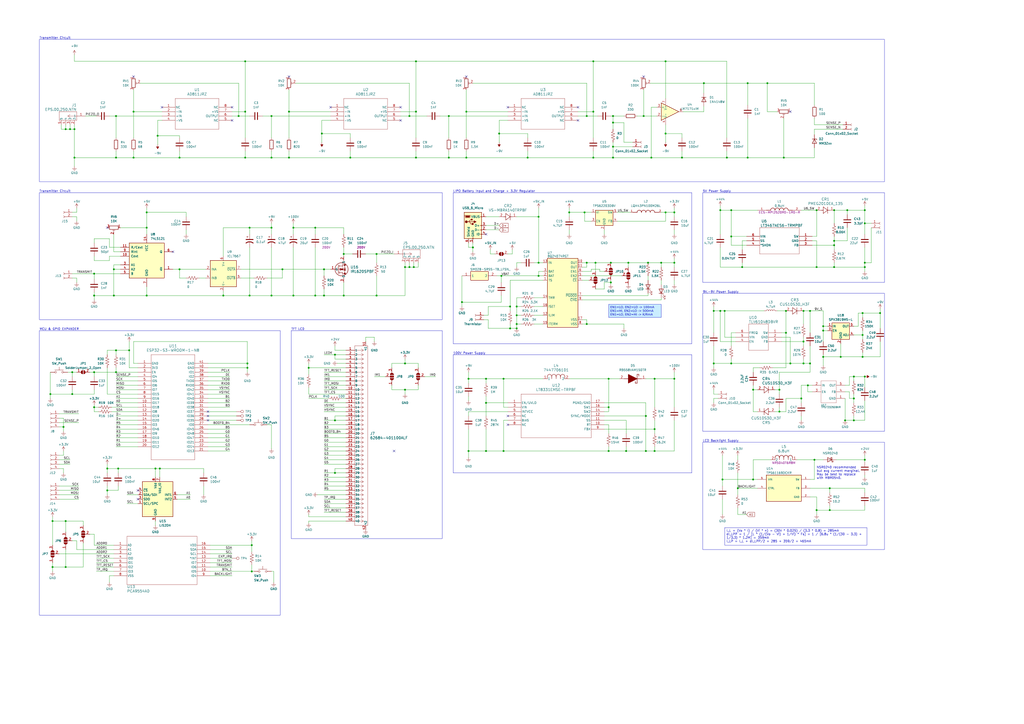
<source format=kicad_sch>
(kicad_sch (version 20230121) (generator eeschema)
  (paper "A2")
  (junction (at 281.94 219.71))
  (junction (at 299.72 177.8))
  (junction (at 353.06 261.62))
  (junction (at 481.33 295.91))
  (junction (at 379.73 261.62))
  (junction (at 427.99 283.21))
  (junction (at 477.52 189.23))
  (junction (at 194.31 274.32))
  (junction (at 237.49 154.94))
  (junction (at 386.08 123.19))
  (junction (at 41.91 228.6))
  (junction (at 91.44 78.74))
  (junction (at 452.12 238.76))
  (junction (at 240.03 154.94))
  (junction (at 466.09 180.34))
  (junction (at 417.83 180.34))
  (junction (at 40.64 74.93))
  (junction (at 157.48 67.31))
  (junction (at 194.31 243.84))
  (junction (at 234.95 154.94))
  (junction (at 199.39 147.32))
  (junction (at 290.83 160.02))
  (junction (at 500.38 194.31))
  (junction (at 490.22 243.84))
  (junction (at 477.52 191.77))
  (junction (at 129.54 171.45))
  (junction (at 66.04 156.21))
  (junction (at 355.6 85.09))
  (junction (at 374.65 261.62))
  (junction (at 143.51 213.36))
  (junction (at 458.47 210.82))
  (junction (at 67.31 67.31))
  (junction (at 455.93 180.34))
  (junction (at 289.56 77.47))
  (junction (at 299.72 182.88))
  (junction (at 234.95 226.06))
  (junction (at 66.04 171.45))
  (junction (at 487.68 207.01))
  (junction (at 495.3 231.14))
  (junction (at 292.1 219.71))
  (junction (at 345.44 152.4))
  (junction (at 203.2 91.44))
  (junction (at 353.06 219.71))
  (junction (at 373.38 67.31))
  (junction (at 237.49 67.31))
  (junction (at 501.65 266.7))
  (junction (at 92.71 271.78))
  (junction (at 54.61 158.75))
  (junction (at 391.16 123.19))
  (junction (at 483.87 154.94))
  (junction (at 142.24 35.56))
  (junction (at 146.05 316.23))
  (junction (at 408.305 48.26))
  (junction (at 281.94 261.62))
  (junction (at 146.05 331.47))
  (junction (at 491.49 121.92))
  (junction (at 85.09 132.08))
  (junction (at 452.12 226.06))
  (junction (at 186.69 77.47))
  (junction (at 419.1 278.13))
  (junction (at 163.83 156.21))
  (junction (at 483.87 121.92))
  (junction (at 30.48 302.26))
  (junction (at 417.83 121.92))
  (junction (at 38.1 328.93))
  (junction (at 344.17 91.44))
  (junction (at 430.53 154.94))
  (junction (at 501.65 154.94))
  (junction (at 138.43 67.31))
  (junction (at 355.6 91.44))
  (junction (at 464.82 231.14))
  (junction (at 355.6 71.12))
  (junction (at 281.94 233.68))
  (junction (at 142.24 64.77))
  (junction (at 355.6 67.31))
  (junction (at 433.705 48.26))
  (junction (at 395.605 91.44))
  (junction (at 354.33 163.83))
  (junction (at 501.65 218.44))
  (junction (at 477.52 207.01))
  (junction (at 170.18 132.08))
  (junction (at 182.88 171.45))
  (junction (at 36.83 247.65))
  (junction (at 424.18 210.82))
  (junction (at 364.49 152.4))
  (junction (at 271.78 261.62))
  (junction (at 436.88 226.06))
  (junction (at 340.36 187.96))
  (junction (at 306.07 91.44))
  (junction (at 54.61 171.45))
  (junction (at 90.17 271.78))
  (junction (at 353.06 236.22))
  (junction (at 386.08 35.56))
  (junction (at 466.09 198.12))
  (junction (at 157.48 91.44))
  (junction (at 374.65 241.3))
  (junction (at 157.48 171.45))
  (junction (at 267.97 175.26))
  (junction (at 469.9 180.34))
  (junction (at 420.37 180.34))
  (junction (at 344.17 64.77))
  (junction (at 142.24 91.44))
  (junction (at 77.47 91.44))
  (junction (at 38.1 74.93))
  (junction (at 67.31 91.44))
  (junction (at 77.47 64.77))
  (junction (at 354.33 152.4))
  (junction (at 295.91 177.8))
  (junction (at 218.44 171.45))
  (junction (at 187.96 171.45))
  (junction (at 167.64 64.77))
  (junction (at 167.64 91.44))
  (junction (at 379.73 248.92))
  (junction (at 67.31 215.9))
  (junction (at 454.66 91.44))
  (junction (at 74.93 203.2))
  (junction (at 270.51 91.44))
  (junction (at 455.93 193.04))
  (junction (at 433.705 91.44))
  (junction (at 379.73 219.71))
  (junction (at 468.63 223.52))
  (junction (at 194.31 205.74))
  (junction (at 218.44 147.32))
  (junction (at 143.51 210.82))
  (junction (at 299.72 187.96))
  (junction (at 383.54 152.4))
  (junction (at 330.2 123.19))
  (junction (at 43.18 91.44))
  (junction (at 424.18 137.16))
  (junction (at 85.09 171.45))
  (junction (at 344.17 35.56))
  (junction (at 260.35 67.31))
  (junction (at 271.78 219.71))
  (junction (at 104.14 156.21))
  (junction (at 481.33 283.21))
  (junction (at 187.96 156.21))
  (junction (at 469.9 210.82))
  (junction (at 339.09 123.19))
  (junction (at 104.14 91.44))
  (junction (at 414.02 210.82))
  (junction (at 274.32 143.51))
  (junction (at 466.09 210.82))
  (junction (at 29.21 228.6))
  (junction (at 473.71 295.91))
  (junction (at 414.02 180.34))
  (junction (at 510.54 181.61))
  (junction (at 38.1 302.26))
  (junction (at 43.18 74.93))
  (junction (at 424.18 121.92))
  (junction (at 391.16 219.71))
  (junction (at 363.22 261.62))
  (junction (at 299.72 190.5))
  (junction (at 501.65 121.92))
  (junction (at 421.64 91.44))
  (junction (at 483.87 139.7))
  (junction (at 54.61 236.22))
  (junction (at 62.23 284.48))
  (junction (at 473.71 121.92))
  (junction (at 495.3 218.44))
  (junction (at 241.3 64.77))
  (junction (at 375.92 152.4))
  (junction (at 436.88 278.13))
  (junction (at 68.58 271.78))
  (junction (at 473.71 154.94))
  (junction (at 386.08 77.47))
  (junction (at 270.51 64.77))
  (junction (at 67.31 203.2))
  (junction (at 41.91 215.9))
  (junction (at 500.38 181.61))
  (junction (at 501.65 129.54))
  (junction (at 312.42 160.02))
  (junction (at 340.36 67.31))
  (junction (at 312.42 125.73))
  (junction (at 170.18 171.45))
  (junction (at 495.3 243.84))
  (junction (at 182.88 132.08))
  (junction (at 312.42 152.4))
  (junction (at 62.23 271.78))
  (junction (at 483.87 142.24))
  (junction (at 445.135 48.26))
  (junction (at 501.65 152.4))
  (junction (at 179.07 213.36))
  (junction (at 144.78 132.08))
  (junction (at 144.78 171.45))
  (junction (at 292.1 261.62))
  (junction (at 500.38 207.01))
  (junction (at 472.44 266.7))
  (junction (at 295.91 190.5))
  (junction (at 234.95 210.82))
  (junction (at 391.16 152.4))
  (junction (at 199.39 171.45))
  (junction (at 157.48 132.08))
  (junction (at 340.36 152.4))
  (junction (at 241.3 35.56))
  (junction (at 30.48 328.93))
  (junction (at 260.35 91.44))
  (junction (at 377.825 91.44))
  (junction (at 85.09 123.19))
  (junction (at 241.3 91.44))
  (junction (at 54.61 215.9))
  (no_connect (at 228.6 261.62))
  (no_connect (at 373.38 44.45))
  (no_connect (at 100.33 146.05))
  (no_connect (at 120.65 238.76))
  (no_connect (at 80.01 284.48))
  (no_connect (at 62.23 132.08))
  (no_connect (at 335.28 62.23))
  (no_connect (at 294.64 241.3))
  (no_connect (at 294.64 62.23))
  (no_connect (at 458.47 64.77))
  (no_connect (at 120.65 243.84))
  (no_connect (at 80.01 289.56))
  (no_connect (at 335.28 69.85))
  (no_connect (at 77.47 44.45))
  (no_connect (at 167.64 44.45))
  (no_connect (at 294.64 246.38))
  (no_connect (at 120.65 241.3))
  (no_connect (at 232.41 69.85))
  (no_connect (at 134.62 62.23))
  (no_connect (at 232.41 62.23))
  (no_connect (at 281.94 135.89))
  (no_connect (at 93.98 62.23))
  (no_connect (at 270.51 44.45))
  (no_connect (at 191.77 62.23))
  (no_connect (at 134.62 69.85))
  (wire (pts (xy 500.38 207.01) (xy 500.38 204.47)))
  (wire (pts (xy 121.92 334.01) (xy 134.62 334.01)))
  (wire (pts (xy 492.76 231.14) (xy 495.3 231.14)))
  (wire (pts (xy 194.31 274.32) (xy 200.66 274.32)))
  (wire (pts (xy 283.21 190.5) (xy 283.21 185.42)))
  (wire (pts (xy 107.95 161.29) (xy 104.14 161.29)))
  (wire (pts (xy 34.29 242.57) (xy 36.83 242.57)))
  (wire (pts (xy 374.65 219.71) (xy 379.73 219.71)))
  (wire (pts (xy 312.42 152.4) (xy 314.96 152.4)))
  (wire (pts (xy 500.38 194.31) (xy 500.38 191.77)))
  (wire (pts (xy 312.42 125.73) (xy 312.42 152.4)))
  (wire (pts (xy 436.88 266.7) (xy 447.04 266.7)))
  (wire (pts (xy 466.09 208.28) (xy 466.09 210.82)))
  (wire (pts (xy 218.44 160.02) (xy 218.44 171.45)))
  (wire (pts (xy 427.99 274.32) (xy 427.99 283.21)))
  (wire (pts (xy 121.92 323.85) (xy 134.62 323.85)))
  (wire (pts (xy 67.31 259.08) (xy 80.01 259.08)))
  (wire (pts (xy 186.69 77.47) (xy 186.69 69.85)))
  (wire (pts (xy 142.24 64.77) (xy 142.24 80.01)))
  (wire (pts (xy 34.29 240.03) (xy 45.72 240.03)))
  (wire (pts (xy 270.51 91.44) (xy 306.07 91.44)))
  (wire (pts (xy 38.1 318.77) (xy 38.1 328.93)))
  (wire (pts (xy 120.65 228.6) (xy 133.35 228.6)))
  (wire (pts (xy 430.53 154.94) (xy 417.83 154.94)))
  (wire (pts (xy 142.24 64.77) (xy 142.24 35.56)))
  (wire (pts (xy 85.09 123.19) (xy 107.95 123.19)))
  (wire (pts (xy 198.12 231.14) (xy 200.66 231.14)))
  (wire (pts (xy 29.21 215.9) (xy 29.21 228.6)))
  (wire (pts (xy 199.39 147.32) (xy 199.39 148.59)))
  (wire (pts (xy 54.61 316.23) (xy 66.04 316.23)))
  (wire (pts (xy 54.61 316.23) (xy 54.61 309.88)))
  (wire (pts (xy 374.65 233.68) (xy 374.65 241.3)))
  (wire (pts (xy 361.95 71.12) (xy 355.6 71.12)))
  (wire (pts (xy 93.98 69.85) (xy 91.44 69.85)))
  (wire (pts (xy 187.96 279.4) (xy 200.66 279.4)))
  (wire (pts (xy 121.92 316.23) (xy 146.05 316.23)))
  (wire (pts (xy 427.99 264.16) (xy 427.99 266.7)))
  (wire (pts (xy 281.94 248.92) (xy 281.94 261.62)))
  (wire (pts (xy 283.21 177.8) (xy 295.91 177.8)))
  (wire (pts (xy 34.29 289.56) (xy 45.72 289.56)))
  (wire (pts (xy 187.96 167.64) (xy 187.96 171.45)))
  (wire (pts (xy 386.08 123.19) (xy 386.08 128.27)))
  (wire (pts (xy 54.61 236.22) (xy 57.15 236.22)))
  (wire (pts (xy 144.78 132.08) (xy 157.48 132.08)))
  (wire (pts (xy 355.6 82.55) (xy 355.6 85.09)))
  (wire (pts (xy 252.73 218.44) (xy 246.38 218.44)))
  (wire (pts (xy 281.94 219.71) (xy 281.94 222.25)))
  (wire (pts (xy 424.18 210.82) (xy 458.47 210.82)))
  (wire (pts (xy 353.06 259.08) (xy 353.06 261.62)))
  (wire (pts (xy 281.94 130.81) (xy 289.56 130.81)))
  (wire (pts (xy 355.6 67.31) (xy 361.95 67.31)))
  (wire (pts (xy 426.72 193.04) (xy 424.18 193.04)))
  (wire (pts (xy 118.11 271.78) (xy 118.11 274.32)))
  (wire (pts (xy 377.19 48.26) (xy 408.305 48.26)))
  (wire (pts (xy 464.82 233.68) (xy 464.82 231.14)))
  (wire (pts (xy 353.06 246.38) (xy 353.06 251.46)))
  (wire (pts (xy 379.73 261.62) (xy 391.16 261.62)))
  (wire (pts (xy 510.54 207.01) (xy 500.38 207.01)))
  (wire (pts (xy 43.18 74.93) (xy 43.18 91.44)))
  (wire (pts (xy 187.96 254) (xy 200.66 254)))
  (wire (pts (xy 62.23 274.32) (xy 62.23 271.78)))
  (wire (pts (xy 234.95 226.06) (xy 234.95 228.6)))
  (wire (pts (xy 492.76 218.44) (xy 495.3 218.44)))
  (wire (pts (xy 281.94 261.62) (xy 292.1 261.62)))
  (wire (pts (xy 90.17 302.26) (xy 90.17 304.8)))
  (wire (pts (xy 66.04 326.39) (xy 55.88 326.39)))
  (wire (pts (xy 85.09 123.19) (xy 85.09 132.08)))
  (wire (pts (xy 299.72 154.94) (xy 299.72 152.4)))
  (wire (pts (xy 501.65 129.54) (xy 505.46 129.54)))
  (wire (pts (xy 433.705 48.26) (xy 433.705 60.96)))
  (wire (pts (xy 417.83 143.51) (xy 417.83 154.94)))
  (wire (pts (xy 234.95 210.82) (xy 234.95 208.28)))
  (wire (pts (xy 455.93 238.76) (xy 455.93 231.14)))
  (wire (pts (xy 501.65 243.84) (xy 495.3 243.84)))
  (wire (pts (xy 367.03 82.55) (xy 361.95 82.55)))
  (wire (pts (xy 241.3 64.77) (xy 241.3 80.01)))
  (wire (pts (xy 241.3 35.56) (xy 142.24 35.56)))
  (wire (pts (xy 483.87 144.78) (xy 483.87 142.24)))
  (wire (pts (xy 67.31 215.9) (xy 67.31 213.36)))
  (wire (pts (xy 314.96 162.56) (xy 295.91 162.56)))
  (wire (pts (xy 419.1 278.13) (xy 436.88 278.13)))
  (wire (pts (xy 41.91 123.19) (xy 44.45 123.19)))
  (wire (pts (xy 91.44 78.74) (xy 91.44 83.82)))
  (wire (pts (xy 414.02 180.34) (xy 417.83 180.34)))
  (wire (pts (xy 35.56 74.93) (xy 35.56 72.39)))
  (wire (pts (xy 139.7 161.29) (xy 147.32 161.29)))
  (wire (pts (xy 199.39 135.89) (xy 199.39 132.08)))
  (wire (pts (xy 391.16 120.65) (xy 391.16 123.19)))
  (wire (pts (xy 63.5 151.13) (xy 54.61 151.13)))
  (wire (pts (xy 63.5 67.31) (xy 67.31 67.31)))
  (wire (pts (xy 121.92 331.47) (xy 146.05 331.47)))
  (wire (pts (xy 218.44 147.32) (xy 228.6 147.32)))
  (wire (pts (xy 292.1 243.84) (xy 292.1 261.62)))
  (wire (pts (xy 419.1 278.13) (xy 419.1 264.16)))
  (wire (pts (xy 490.22 227.33) (xy 492.76 227.33)))
  (wire (pts (xy 501.65 135.89) (xy 501.65 129.54)))
  (wire (pts (xy 354.33 152.4) (xy 364.49 152.4)))
  (wire (pts (xy 430.53 152.4) (xy 430.53 154.94)))
  (wire (pts (xy 54.61 158.75) (xy 54.61 161.925)))
  (wire (pts (xy 284.48 147.32) (xy 287.02 147.32)))
  (wire (pts (xy 281.94 219.71) (xy 292.1 219.71)))
  (wire (pts (xy 242.57 226.06) (xy 234.95 226.06)))
  (wire (pts (xy 501.65 243.84) (xy 501.65 232.41)))
  (wire (pts (xy 299.72 187.96) (xy 299.72 190.5)))
  (wire (pts (xy 187.96 226.06) (xy 200.66 226.06)))
  (wire (pts (xy 241.3 35.56) (xy 344.17 35.56)))
  (wire (pts (xy 144.78 143.51) (xy 144.78 171.45)))
  (wire (pts (xy 483.87 137.16) (xy 483.87 139.7)))
  (wire (pts (xy 54.61 234.95) (xy 54.61 236.22)))
  (wire (pts (xy 66.04 156.21) (xy 69.85 156.21)))
  (wire (pts (xy 281.94 125.73) (xy 289.56 125.73)))
  (wire (pts (xy 179.07 213.36) (xy 179.07 217.17)))
  (wire (pts (xy 501.65 285.75) (xy 501.65 283.21)))
  (wire (pts (xy 501.65 119.38) (xy 501.65 121.92)))
  (wire (pts (xy 453.39 195.58) (xy 458.47 195.58)))
  (wire (pts (xy 107.95 123.19) (xy 107.95 125.73)))
  (wire (pts (xy 414.02 180.34) (xy 414.02 177.8)))
  (wire (pts (xy 38.1 302.26) (xy 48.26 302.26)))
  (wire (pts (xy 271.78 229.87) (xy 271.78 232.41)))
  (wire (pts (xy 379.73 219.71) (xy 391.16 219.71)))
  (wire (pts (xy 120.65 243.84) (xy 137.16 243.84)))
  (wire (pts (xy 391.16 149.86) (xy 391.16 152.4)))
  (wire (pts (xy 416.56 231.14) (xy 414.02 231.14)))
  (wire (pts (xy 355.6 71.12) (xy 355.6 67.31)))
  (wire (pts (xy 54.61 228.6) (xy 54.61 226.06)))
  (wire (pts (xy 342.9 157.48) (xy 342.9 156.21)))
  (wire (pts (xy 41.91 215.9) (xy 44.45 215.9)))
  (wire (pts (xy 295.91 177.8) (xy 295.91 180.34)))
  (wire (pts (xy 427.99 283.21) (xy 439.42 283.21)))
  (wire (pts (xy 157.48 132.08) (xy 157.48 135.89)))
  (wire (pts (xy 420.37 195.58) (xy 420.37 180.34)))
  (wire (pts (xy 373.38 52.07) (xy 373.38 67.31)))
  (wire (pts (xy 417.83 121.92) (xy 424.18 121.92)))
  (wire (pts (xy 203.2 91.44) (xy 203.2 87.63)))
  (wire (pts (xy 294.64 243.84) (xy 292.1 243.84)))
  (wire (pts (xy 240.03 154.94) (xy 242.57 154.94)))
  (wire (pts (xy 492.76 227.33) (xy 492.76 231.14)))
  (wire (pts (xy 121.92 318.77) (xy 134.62 318.77)))
  (wire (pts (xy 309.88 152.4) (xy 312.42 152.4)))
  (wire (pts (xy 157.48 67.31) (xy 157.48 80.01)))
  (wire (pts (xy 500.38 181.61) (xy 500.38 184.15)))
  (wire (pts (xy 158.75 331.47) (xy 158.75 337.82)))
  (wire (pts (xy 505.46 152.4) (xy 501.65 152.4)))
  (wire (pts (xy 67.31 251.46) (xy 80.01 251.46)))
  (wire (pts (xy 483.87 139.7) (xy 483.87 142.24)))
  (wire (pts (xy 452.12 215.9) (xy 452.12 226.06)))
  (wire (pts (xy 120.65 238.76) (xy 137.16 238.76)))
  (wire (pts (xy 487.68 199.39) (xy 487.68 207.01)))
  (wire (pts (xy 36.83 264.16) (xy 36.83 261.62)))
  (wire (pts (xy 234.95 154.94) (xy 237.49 154.94)))
  (wire (pts (xy 469.9 200.66) (xy 469.9 210.82)))
  (wire (pts (xy 477.52 191.77) (xy 477.52 189.23)))
  (wire (pts (xy 417.83 180.34) (xy 420.37 180.34)))
  (wire (pts (xy 471.17 227.33) (xy 468.63 227.33)))
  (wire (pts (xy 67.31 91.44) (xy 77.47 91.44)))
  (wire (pts (xy 179.07 228.6) (xy 200.66 228.6)))
  (wire (pts (xy 281.94 229.87) (xy 281.94 233.68)))
  (wire (pts (xy 292.1 219.71) (xy 314.96 219.71)))
  (wire (pts (xy 260.35 91.44) (xy 270.51 91.44)))
  (wire (pts (xy 187.96 238.76) (xy 200.66 238.76)))
  (wire (pts (xy 369.57 67.31) (xy 373.38 67.31)))
  (wire (pts (xy 68.58 271.78) (xy 68.58 274.32)))
  (wire (pts (xy 375.92 160.02) (xy 375.92 162.56)))
  (wire (pts (xy 67.31 205.74) (xy 67.31 203.2)))
  (wire (pts (xy 270.51 52.07) (xy 270.51 64.77)))
  (wire (pts (xy 361.95 82.55) (xy 361.95 71.12)))
  (wire (pts (xy 340.36 67.31) (xy 335.28 67.31)))
  (wire (pts (xy 49.53 67.31) (xy 55.88 67.31)))
  (wire (pts (xy 377.825 62.23) (xy 377.825 91.44)))
  (wire (pts (xy 68.58 281.94) (xy 68.58 284.48)))
  (wire (pts (xy 67.31 243.84) (xy 80.01 243.84)))
  (wire (pts (xy 35.56 74.93) (xy 38.1 74.93)))
  (wire (pts (xy 63.5 138.43) (xy 63.5 143.51)))
  (wire (pts (xy 157.48 67.31) (xy 191.77 67.31)))
  (wire (pts (xy 350.52 133.35) (xy 350.52 135.89)))
  (wire (pts (xy 340.36 152.4) (xy 345.44 152.4)))
  (wire (pts (xy 54.61 215.9) (xy 54.61 218.44)))
  (wire (pts (xy 129.54 171.45) (xy 144.78 171.45)))
  (wire (pts (xy 350.52 163.83) (xy 354.33 163.83)))
  (wire (pts (xy 297.18 147.32) (xy 297.18 144.78)))
  (wire (pts (xy 187.96 259.08) (xy 200.66 259.08)))
  (wire (pts (xy 472.44 68.58) (xy 472.44 72.39)))
  (wire (pts (xy 120.65 218.44) (xy 133.35 218.44)))
  (wire (pts (xy 67.31 203.2) (xy 74.93 203.2)))
  (wire (pts (xy 227.33 223.52) (xy 227.33 226.06)))
  (wire (pts (xy 271.78 143.51) (xy 274.32 143.51)))
  (wire (pts (xy 158.75 331.47) (xy 157.48 331.47)))
  (wire (pts (xy 187.96 256.54) (xy 200.66 256.54)))
  (wire (pts (xy 143.51 198.12) (xy 143.51 210.82)))
  (wire (pts (xy 54.61 171.45) (xy 66.04 171.45)))
  (wire (pts (xy 267.97 160.02) (xy 267.97 175.26)))
  (wire (pts (xy 417.83 180.34) (xy 417.83 198.12)))
  (wire (pts (xy 472.44 72.39) (xy 488.95 72.39)))
  (wire (pts (xy 421.64 35.56) (xy 386.08 35.56)))
  (wire (pts (xy 234.95 171.45) (xy 218.44 171.45)))
  (wire (pts (xy 339.09 123.19) (xy 339.09 128.27)))
  (wire (pts (xy 490.22 231.14) (xy 490.22 243.84)))
  (wire (pts (xy 194.31 200.66) (xy 194.31 203.2)))
  (wire (pts (xy 29.21 228.6) (xy 29.21 231.14)))
  (wire (pts (xy 67.31 248.92) (xy 80.01 248.92)))
  (wire (pts (xy 485.14 266.7) (xy 501.65 266.7)))
  (wire (pts (xy 449.58 226.06) (xy 452.12 226.06)))
  (wire (pts (xy 472.44 278.13) (xy 469.9 278.13)))
  (wire (pts (xy 85.09 132.08) (xy 85.09 135.89)))
  (wire (pts (xy 501.65 275.59) (xy 501.65 276.86)))
  (wire (pts (xy 294.64 238.76) (xy 271.78 238.76)))
  (wire (pts (xy 267.97 175.26) (xy 290.83 175.26)))
  (wire (pts (xy 187.96 233.68) (xy 200.66 233.68)))
  (wire (pts (xy 312.42 125.73) (xy 312.42 120.65)))
  (wire (pts (xy 283.21 190.5) (xy 295.91 190.5)))
  (wire (pts (xy 187.96 248.92) (xy 200.66 248.92)))
  (wire (pts (xy 142.24 87.63) (xy 142.24 91.44)))
  (wire (pts (xy 187.96 261.62) (xy 200.66 261.62)))
  (wire (pts (xy 63.5 148.59) (xy 63.5 151.13)))
  (wire (pts (xy 187.96 276.86) (xy 200.66 276.86)))
  (wire (pts (xy 179.07 224.79) (xy 179.07 228.6)))
  (wire (pts (xy 237.49 67.31) (xy 247.65 67.31)))
  (wire (pts (xy 364.49 152.4) (xy 375.92 152.4)))
  (wire (pts (xy 85.09 166.37) (xy 85.09 171.45)))
  (wire (pts (xy 67.31 220.98) (xy 80.01 220.98)))
  (wire (pts (xy 452.12 226.06) (xy 452.12 228.6)))
  (wire (pts (xy 391.16 165.1) (xy 391.16 162.56)))
  (wire (pts (xy 501.65 218.44) (xy 501.65 224.79)))
  (wire (pts (xy 363.22 261.62) (xy 374.65 261.62)))
  (wire (pts (xy 290.83 163.83) (xy 290.83 160.02)))
  (wire (pts (xy 194.31 243.84) (xy 200.66 243.84)))
  (wire (pts (xy 424.18 193.04) (xy 424.18 200.66)))
  (wire (pts (xy 501.65 157.48) (xy 501.65 154.94)))
  (wire (pts (xy 281.94 233.68) (xy 294.64 233.68)))
  (wire (pts (xy 439.42 226.06) (xy 436.88 226.06)))
  (wire (pts (xy 187.96 205.74) (xy 194.31 205.74)))
  (wire (pts (xy 62.23 228.6) (xy 62.23 213.36)))
  (wire (pts (xy 187.96 292.1) (xy 200.66 292.1)))
  (wire (pts (xy 69.85 132.08) (xy 85.09 132.08)))
  (wire (pts (xy 424.18 137.16) (xy 424.18 142.24)))
  (wire (pts (xy 62.23 269.24) (xy 62.23 271.78)))
  (wire (pts (xy 41.91 125.73) (xy 44.45 125.73)))
  (wire (pts (xy 104.14 156.21) (xy 119.38 156.21)))
  (wire (pts (xy 345.44 152.4) (xy 345.44 157.48)))
  (wire (pts (xy 466.09 198.12) (xy 466.09 200.66)))
  (wire (pts (xy 417.83 135.89) (xy 417.83 121.92)))
  (wire (pts (xy 67.31 91.44) (xy 43.18 91.44)))
  (wire (pts (xy 472.44 85.725) (xy 472.44 91.44)))
  (wire (pts (xy 179.07 302.26) (xy 200.66 302.26)))
  (wire (pts (xy 274.32 143.51) (xy 274.32 146.05)))
  (wire (pts (xy 455.93 193.04) (xy 455.93 213.36)))
  (wire (pts (xy 386.08 123.19) (xy 391.16 123.19)))
  (wire (pts (xy 468.63 227.33) (xy 468.63 223.52)))
  (wire (pts (xy 472.44 74.93) (xy 472.44 78.105)))
  (wire (pts (xy 48.26 314.96) (xy 48.26 328.93)))
  (wire (pts (xy 355.6 85.09) (xy 355.6 91.44)))
  (wire (pts (xy 501.65 264.16) (xy 501.65 266.7)))
  (wire (pts (xy 492.76 223.52) (xy 492.76 218.44)))
  (wire (pts (xy 179.07 213.36) (xy 200.66 213.36)))
  (wire (pts (xy 77.47 52.07) (xy 77.47 64.77)))
  (wire (pts (xy 67.31 67.31) (xy 67.31 80.01)))
  (wire (pts (xy 120.65 251.46) (xy 133.35 251.46)))
  (wire (pts (xy 134.62 64.77) (xy 142.24 64.77)))
  (wire (pts (xy 421.64 80.01) (xy 421.64 35.56)))
  (wire (pts (xy 167.64 91.44) (xy 167.64 87.63)))
  (wire (pts (xy 424.18 121.92) (xy 439.42 121.92)))
  (wire (pts (xy 186.69 69.85) (xy 191.77 69.85)))
  (wire (pts (xy 510.54 179.07) (xy 510.54 181.61)))
  (wire (pts (xy 290.83 175.26) (xy 290.83 171.45)))
  (wire (pts (xy 383.54 152.4) (xy 391.16 152.4)))
  (wire (pts (xy 146.05 316.23) (xy 146.05 320.04)))
  (wire (pts (xy 142.24 91.44) (xy 104.14 91.44)))
  (wire (pts (xy 118.11 281.94) (xy 118.11 287.02)))
  (wire (pts (xy 187.96 266.7) (xy 200.66 266.7)))
  (wire (pts (xy 354.33 162.56) (xy 354.33 163.83)))
  (wire (pts (xy 299.72 172.72) (xy 302.26 172.72)))
  (wire (pts (xy 63.5 334.01) (xy 63.5 337.82)))
  (wire (pts (xy 501.65 143.51) (xy 501.65 152.4)))
  (wire (pts (xy 212.09 147.32) (xy 218.44 147.32)))
  (wire (pts (xy 120.65 261.62) (xy 133.35 261.62)))
  (wire (pts (xy 495.3 194.31) (xy 500.38 194.31)))
  (wire (pts (xy 299.72 182.88) (xy 299.72 187.96)))
  (wire (pts (xy 344.17 80.01) (xy 344.17 64.77)))
  (wire (pts (xy 120.65 256.54) (xy 133.35 256.54)))
  (wire (pts (xy 41.91 161.29) (xy 44.45 161.29)))
  (wire (pts (xy 274.32 140.97) (xy 274.32 143.51)))
  (wire (pts (xy 353.06 236.22) (xy 350.52 236.22)))
  (wire (pts (xy 421.64 91.44) (xy 421.64 87.63)))
  (wire (pts (xy 363.22 243.84) (xy 363.22 251.46)))
  (wire (pts (xy 120.65 248.92) (xy 133.35 248.92)))
  (wire (pts (xy 440.69 213.36) (xy 436.88 213.36)))
  (wire (pts (xy 292.1 261.62) (xy 353.06 261.62)))
  (wire (pts (xy 497.84 181.61) (xy 500.38 181.61)))
  (wire (pts (xy 483.87 154.94) (xy 483.87 152.4)))
  (wire (pts (xy 143.51 213.36) (xy 143.51 210.82)))
  (wire (pts (xy 138.43 48.26) (xy 138.43 67.31)))
  (wire (pts (xy 120.65 231.14) (xy 133.35 231.14)))
  (wire (pts (xy 43.18 91.44) (xy 43.18 96.52)))
  (wire (pts (xy 187.96 269.24) (xy 200.66 269.24)))
  (wire (pts (xy 469.9 215.9) (xy 452.12 215.9)))
  (wire (pts (xy 472.44 74.93) (xy 488.95 74.93)))
  (wire (pts (xy 501.65 295.91) (xy 481.33 295.91)))
  (wire (pts (xy 36.83 271.78) (xy 34.29 271.78)))
  (wire (pts (xy 455.93 231.14) (xy 464.82 231.14)))
  (wire (pts (xy 339.09 123.19) (xy 342.9 123.19)))
  (wire (pts (xy 54.61 169.545) (xy 54.61 171.45)))
  (wire (pts (xy 90.17 271.78) (xy 90.17 276.86)))
  (wire (pts (xy 212.09 195.58) (xy 212.09 198.12)))
  (wire (pts (xy 450.85 180.34) (xy 455.93 180.34)))
  (wire (pts (xy 395.605 91.44) (xy 421.64 91.44)))
  (wire (pts (xy 62.23 228.6) (xy 80.01 228.6)))
  (wire (pts (xy 69.85 153.67) (xy 66.04 153.67)))
  (wire (pts (xy 187.96 243.84) (xy 194.31 243.84)))
  (wire (pts (xy 199.39 143.51) (xy 199.39 147.32)))
  (wire (pts (xy 77.47 198.12) (xy 143.51 198.12)))
  (wire (pts (xy 379.73 219.71) (xy 379.73 236.22)))
  (wire (pts (xy 110.49 287.02) (xy 102.87 287.02)))
  (wire (pts (xy 152.4 67.31) (xy 157.48 67.31)))
  (wire (pts (xy 38.1 74.93) (xy 38.1 72.39)))
  (wire (pts (xy 340.36 67.31) (xy 346.71 67.31)))
  (wire (pts (xy 242.57 210.82) (xy 234.95 210.82)))
  (wire (pts (xy 38.1 74.93) (xy 40.64 74.93)))
  (wire (pts (xy 373.38 67.31) (xy 381 67.31)))
  (wire (pts (xy 91.44 69.85) (xy 91.44 78.74)))
  (wire (pts (xy 41.91 228.6) (xy 54.61 228.6)))
  (wire (pts (xy 473.71 137.16) (xy 473.71 121.92)))
  (wire (pts (xy 501.65 152.4) (xy 501.65 154.94)))
  (wire (pts (xy 44.45 318.77) (xy 66.04 318.77)))
  (wire (pts (xy 274.32 48.26) (xy 340.36 48.26)))
  (wire (pts (xy 433.705 68.58) (xy 433.705 91.44)))
  (wire (pts (xy 67.31 67.31) (xy 93.98 67.31)))
  (wire (pts (xy 77.47 91.44) (xy 104.14 91.44)))
  (wire (pts (xy 218.44 147.32) (xy 218.44 152.4)))
  (wire (pts (xy 66.04 146.05) (xy 69.85 146.05)))
  (wire (pts (xy 289.56 77.47) (xy 289.56 69.85)))
  (wire (pts (xy 187.96 246.38) (xy 200.66 246.38)))
  (wire (pts (xy 120.65 233.68) (xy 133.35 233.68)))
  (wire (pts (xy 501.65 283.21) (xy 481.33 283.21)))
  (wire (pts (xy 433.07 137.16) (xy 424.18 137.16)))
  (wire (pts (xy 142.24 35.56) (xy 43.18 35.56)))
  (wire (pts (xy 167.64 64.77) (xy 191.77 64.77)))
  (wire (pts (xy 281.94 133.35) (xy 289.56 133.35)))
  (wire (pts (xy 469.9 283.21) (xy 481.33 283.21)))
  (wire (pts (xy 495.3 228.6) (xy 495.3 231.14)))
  (wire (pts (xy 383.54 162.56) (xy 383.54 165.1)))
  (wire (pts (xy 471.17 142.24) (xy 483.87 142.24)))
  (wire (pts (xy 227.33 213.36) (xy 227.33 210.82)))
  (wire (pts (xy 67.31 223.52) (xy 80.01 223.52)))
  (wire (pts (xy 187.96 264.16) (xy 200.66 264.16)))
  (wire (pts (xy 473.71 295.91) (xy 481.33 295.91)))
  (wire (pts (xy 187.96 218.44) (xy 200.66 218.44)))
  (wire (pts (xy 335.28 64.77) (xy 344.17 64.77)))
  (wire (pts (xy 344.17 64.77) (xy 344.17 35.56)))
  (wire (pts (xy 347.98 156.21) (xy 347.98 157.48)))
  (wire (pts (xy 34.29 245.11) (xy 45.72 245.11)))
  (wire (pts (xy 179.07 299.72) (xy 200.66 299.72)))
  (wire (pts (xy 104.14 87.63) (xy 104.14 91.44)))
  (wire (pts (xy 48.26 304.8) (xy 48.26 302.26)))
  (wire (pts (xy 436.88 266.7) (xy 436.88 278.13)))
  (wire (pts (xy 381 62.23) (xy 377.825 62.23)))
  (wire (pts (xy 67.31 226.06) (xy 80.01 226.06)))
  (wire (pts (xy 186.69 82.55) (xy 186.69 77.47)))
  (wire (pts (xy 41.91 215.9) (xy 39.37 215.9)))
  (wire (pts (xy 63.5 143.51) (xy 69.85 143.51)))
  (wire (pts (xy 66.04 153.67) (xy 66.04 156.21)))
  (wire (pts (xy 29.21 228.6) (xy 41.91 228.6)))
  (wire (pts (xy 44.45 318.77) (xy 44.45 313.69)))
  (wire (pts (xy 355.6 91.44) (xy 377.825 91.44)))
  (wire (pts (xy 120.65 236.22) (xy 133.35 236.22)))
  (wire (pts (xy 424.18 142.24) (xy 433.07 142.24)))
  (wire (pts (xy 179.07 299.72) (xy 179.07 298.45)))
  (wire (pts (xy 354.33 163.83) (xy 354.33 165.1)))
  (wire (pts (xy 121.92 321.31) (xy 134.62 321.31)))
  (wire (pts (xy 157.48 91.44) (xy 157.48 87.63)))
  (wire (pts (xy 182.88 143.51) (xy 182.88 171.45)))
  (wire (pts (xy 395.605 91.44) (xy 395.605 87.63)))
  (wire (pts (xy 480.06 191.77) (xy 477.52 191.77)))
  (wire (pts (xy 497.84 189.23) (xy 495.3 189.23)))
  (wire (pts (xy 121.92 328.93) (xy 134.62 328.93)))
  (wire (pts (xy 34.29 266.7) (xy 40.64 266.7)))
  (wire (pts (xy 242.57 152.4) (xy 242.57 154.94)))
  (wire (pts (xy 199.39 132.08) (xy 182.88 132.08)))
  (wire (pts (xy 62.23 271.78) (xy 68.58 271.78)))
  (wire (pts (xy 358.14 128.27) (xy 386.08 128.27)))
  (wire (pts (xy 306.07 91.44) (xy 344.17 91.44)))
  (wire (pts (xy 260.35 67.31) (xy 294.64 67.31)))
  (wire (pts (xy 30.48 302.26) (xy 38.1 302.26)))
  (wire (pts (xy 342.9 128.27) (xy 339.09 128.27)))
  (wire (pts (xy 477.52 205.74) (xy 477.52 207.01)))
  (wire (pts (xy 414.02 231.14) (xy 414.02 233.68)))
  (wire (pts (xy 391.16 261.62) (xy 391.16 243.84)))
  (wire (pts (xy 187.96 223.52) (xy 200.66 223.52)))
  (wire (pts (xy 121.92 326.39) (xy 134.62 326.39)))
  (wire (pts (xy 355.6 71.12) (xy 355.6 74.93)))
  (wire (pts (xy 115.57 161.29) (xy 119.38 161.29)))
  (wire (pts (xy 68.58 271.78) (xy 90.17 271.78)))
  (wire (pts (xy 455.93 213.36) (xy 448.31 213.36)))
  (wire (pts (xy 187.96 284.48) (xy 200.66 284.48)))
  (wire (pts (xy 477.52 198.12) (xy 477.52 191.77)))
  (wire (pts (xy 234.95 154.94) (xy 234.95 171.45)))
  (wire (pts (xy 312.42 157.48) (xy 312.42 160.02)))
  (wire (pts (xy 237.49 67.31) (xy 232.41 67.31)))
  (wire (pts (xy 510.54 181.61) (xy 510.54 190.5)))
  (wire (pts (xy 203.2 91.44) (xy 241.3 91.44)))
  (wire (pts (xy 375.92 152.4) (xy 383.54 152.4)))
  (wire (pts (xy 472.44 91.44) (xy 454.66 91.44)))
  (wire (pts (xy 271.78 215.9) (xy 271.78 219.71)))
  (wire (pts (xy 30.48 326.39) (xy 30.48 328.93)))
  (wire (pts (xy 483.87 121.92) (xy 483.87 129.54)))
  (wire (pts (xy 500.38 194.31) (xy 500.38 196.85)))
  (wire (pts (xy 337.82 157.48) (xy 342.9 157.48)))
  (wire (pts (xy 227.33 210.82) (xy 234.95 210.82)))
  (wire (pts (xy 455.93 180.34) (xy 455.93 193.04)))
  (wire (pts (xy 355.6 85.09) (xy 367.03 85.09)))
  (wire (pts (xy 120.65 226.06) (xy 133.35 226.06)))
  (wire (pts (xy 67.31 215.9) (xy 80.01 215.9)))
  (wire (pts (xy 302.26 187.96) (xy 299.72 187.96)))
  (wire (pts (xy 491.49 139.7) (xy 483.87 139.7)))
  (wire (pts (xy 179.07 302.26) (xy 179.07 303.53)))
  (wire (pts (xy 143.51 210.82) (xy 120.65 210.82)))
  (wire (pts (xy 420.37 180.34) (xy 443.23 180.34)))
  (wire (pts (xy 120.65 254) (xy 133.35 254)))
  (wire (pts (xy 38.1 328.93) (xy 30.48 328.93)))
  (wire (pts (xy 64.77 236.22) (xy 80.01 236.22)))
  (wire (pts (xy 477.52 207.01) (xy 487.68 207.01)))
  (wire (pts (xy 414.02 210.82) (xy 424.18 210.82)))
  (wire (pts (xy 501.65 293.37) (xy 501.65 295.91)))
  (wire (pts (xy 340.36 187.96) (xy 337.82 187.96)))
  (wire (pts (xy 34.29 269.24) (xy 40.64 269.24)))
  (wire (pts (xy 314.96 157.48) (xy 312.42 157.48)))
  (wire (pts (xy 62.23 281.94) (xy 62.23 284.48)))
  (wire (pts (xy 414.02 210.82) (xy 414.02 213.36)))
  (wire (pts (xy 495.3 218.44) (xy 501.65 218.44)))
  (wire (pts (xy 473.71 288.29) (xy 473.71 295.91)))
  (wire (pts (xy 375.92 171.45) (xy 337.82 171.45)))
  (wire (pts (xy 66.04 334.01) (xy 63.5 334.01)))
  (wire (pts (xy 36.83 247.65) (xy 36.83 250.19)))
  (wire (pts (xy 36.83 274.32) (xy 36.83 271.78)))
  (wire (pts (xy 379.73 248.92) (xy 379.73 251.46)))
  (wire (pts (xy 167.64 52.07) (xy 167.64 64.77)))
  (wire (pts (xy 139.7 156.21) (xy 163.83 156.21)))
  (wire (pts (xy 436.88 226.06) (xy 436.88 223.52)))
  (wire (pts (xy 41.91 158.75) (xy 54.61 158.75)))
  (wire (pts (xy 255.27 67.31) (xy 260.35 67.31)))
  (wire (pts (xy 157.48 132.08) (xy 157.48 129.54)))
  (wire (pts (xy 217.17 198.12) (xy 217.17 195.58)))
  (wire (pts (xy 34.29 287.02) (xy 45.72 287.02)))
  (wire (pts (xy 271.78 261.62) (xy 281.94 261.62)))
  (wire (pts (xy 194.31 203.2) (xy 200.66 203.2)))
  (wire (pts (xy 270.51 64.77) (xy 294.64 64.77)))
  (wire (pts (xy 337.82 162.56) (xy 341.63 162.56)))
  (wire (pts (xy 330.2 120.65) (xy 330.2 123.19)))
  (wire (pts (xy 364.49 152.4) (xy 364.49 154.94)))
  (wire (pts (xy 242.57 213.36) (xy 242.57 210.82)))
  (wire (pts (xy 67.31 241.3) (xy 80.01 241.3)))
  (wire (pts (xy 408.305 48.26) (xy 408.305 53.975)))
  (wire (pts (xy 62.23 203.2) (xy 67.31 203.2)))
  (wire (pts (xy 77.47 87.63) (xy 77.47 91.44)))
  (wire (pts (xy 187.96 220.98) (xy 200.66 220.98)))
  (wire (pts (xy 495.3 233.68) (xy 495.3 231.14)))
  (wire (pts (xy 62.23 205.74) (xy 62.23 203.2)))
  (wire (pts (xy 295.91 162.56) (xy 295.91 177.8)))
  (wire (pts (xy 54.61 148.59) (xy 54.61 151.13)))
  (wire (pts (xy 452.12 238.76) (xy 455.93 238.76)))
  (wire (pts (xy 77.47 64.77) (xy 93.98 64.77)))
  (wire (pts (xy 353.06 219.71) (xy 353.06 236.22)))
  (wire (pts (xy 468.63 223.52) (xy 471.17 223.52)))
  (wire (pts (xy 38.1 302.26) (xy 38.1 308.61)))
  (wire (pts (xy 427.99 283.21) (xy 427.99 287.02)))
  (wire (pts (xy 154.94 246.38) (xy 157.48 246.38)))
  (wire (pts (xy 414.02 200.66) (xy 414.02 210.82)))
  (wire (pts (xy 67.31 218.44) (xy 80.01 218.44)))
  (wire (pts (xy 195.58 210.82) (xy 200.66 210.82)))
  (wire (pts (xy 414.02 193.04) (xy 414.02 180.34)))
  (wire (pts (xy 495.3 243.84) (xy 490.22 243.84)))
  (wire (pts (xy 237.49 152.4) (xy 237.49 154.94)))
  (wire (pts (xy 417.83 119.38) (xy 417.83 121.92)))
  (wire (pts (xy 237.49 48.26) (xy 237.49 67.31)))
  (wire (pts (xy 281.94 241.3) (xy 281.94 233.68)))
  (wire (pts (xy 391.16 135.89) (xy 391.16 133.35)))
  (wire (pts (xy 445.135 64.77) (xy 445.135 48.26)))
  (wire (pts (xy 350.52 243.84) (xy 363.22 243.84)))
  (wire (pts (xy 472.44 266.7) (xy 472.44 278.13)))
  (wire (pts (xy 283.21 185.42) (xy 280.67 185.42)))
  (wire (pts (xy 129.54 132.08) (xy 144.78 132.08)))
  (wire (pts (xy 170.18 171.45) (xy 182.88 171.45)))
  (wire (pts (xy 69.85 158.75) (xy 54.61 158.75)))
  (wire (pts (xy 416.56 228.6) (xy 414.02 228.6)))
  (wire (pts (xy 395.605 77.47) (xy 386.08 77.47)))
  (wire (pts (xy 232.41 64.77) (xy 241.3 64.77)))
  (wire (pts (xy 471.17 137.16) (xy 473.71 137.16)))
  (wire (pts (xy 187.96 156.21) (xy 187.96 160.02)))
  (wire (pts (xy 40.64 74.93) (xy 40.64 72.39)))
  (wire (pts (xy 30.48 316.23) (xy 30.48 302.26)))
  (wire (pts (xy 57.15 238.76) (xy 54.61 238.76)))
  (wire (pts (xy 337.82 185.42) (xy 340.36 185.42)))
  (wire (pts (xy 217.17 195.58) (xy 212.09 195.58)))
  (wire (pts (xy 427.99 298.45) (xy 433.07 298.45)))
  (wire (pts (xy 260.35 91.44) (xy 260.35 87.63)))
  (wire (pts (xy 34.29 281.94) (xy 45.72 281.94)))
  (wire (pts (xy 309.88 172.72) (xy 314.96 172.72)))
  (wire (pts (xy 54.61 138.43) (xy 63.5 138.43)))
  (wire (pts (xy 81.28 48.26) (xy 138.43 48.26)))
  (wire (pts (xy 309.88 177.8) (xy 314.96 177.8)))
  (wire (pts (xy 203.2 80.01) (xy 203.2 77.47)))
  (wire (pts (xy 408.305 48.26) (xy 433.705 48.26)))
  (wire (pts (xy 40.64 74.93) (xy 43.18 74.93)))
  (wire (pts (xy 157.48 91.44) (xy 167.64 91.44)))
  (wire (pts (xy 199.39 163.83) (xy 199.39 171.45)))
  (wire (pts (xy 344.17 91.44) (xy 344.17 87.63)))
  (wire (pts (xy 379.73 243.84) (xy 379.73 248.92)))
  (wire (pts (xy 473.71 154.94) (xy 483.87 154.94)))
  (wire (pts (xy 227.33 226.06) (xy 234.95 226.06)))
  (wire (pts (xy 241.3 64.77) (xy 241.3 35.56)))
  (wire (pts (xy 350.52 238.76) (xy 353.06 238.76)))
  (wire (pts (xy 473.71 121.92) (xy 464.82 121.92)))
  (wire (pts (xy 270.51 91.44) (xy 270.51 87.63)))
  (wire (pts (xy 241.3 91.44) (xy 260.35 91.44)))
  (wire (pts (xy 187.96 251.46) (xy 200.66 251.46)))
  (wire (pts (xy 146.05 331.47) (xy 147.32 331.47)))
  (wire (pts (xy 120.65 259.08) (xy 133.35 259.08)))
  (wire (pts (xy 90.17 271.78) (xy 92.71 271.78)))
  (wire (pts (xy 146.05 313.69) (xy 146.05 316.23)))
  (wire (pts (xy 54.61 309.88) (xy 52.07 309.88)))
  (wire (pts (xy 344.17 91.44) (xy 355.6 91.44)))
  (wire (pts (xy 395.605 80.01) (xy 395.605 77.47)))
  (wire (pts (xy 144.78 171.45) (xy 157.48 171.45)))
  (wire (pts (xy 284.48 147.32) (xy 284.48 144.78)))
  (wire (pts (xy 342.9 156.21) (xy 347.98 156.21)))
  (wire (pts (xy 44.45 123.19) (xy 44.45 120.65)))
  (wire (pts (xy 430.53 144.78) (xy 430.53 139.7)))
  (wire (pts (xy 67.31 231.14) (xy 80.01 231.14)))
  (wire (pts (xy 445.135 48.26) (xy 433.705 48.26)))
  (wire (pts (xy 43.18 35.56) (xy 43.18 31.75)))
  (wire (pts (xy 386.08 72.39) (xy 386.08 77.47)))
  (wire (pts (xy 199.39 171.45) (xy 218.44 171.45)))
  (wire (pts (xy 48.26 328.93) (xy 38.1 328.93)))
  (wire (pts (xy 464.82 223.52) (xy 468.63 223.52)))
  (wire (pts (xy 419.1 289.56) (xy 419.1 298.45)))
  (wire (pts (xy 295.91 190.5) (xy 295.91 187.96)))
  (wire (pts (xy 187.96 281.94) (xy 200.66 281.94)))
  (wire (pts (xy 436.88 278.13) (xy 439.42 278.13)))
  (wire (pts (xy 306.07 91.44) (xy 306.07 87.63)))
  (wire (pts (xy 167.64 91.44) (xy 203.2 91.44)))
  (wire (pts (xy 354.33 67.31) (xy 355.6 67.31)))
  (wire (pts (xy 163.83 161.29) (xy 163.83 156.21)))
  (wire (pts (xy 92.71 271.78) (xy 92.71 276.86)))
  (wire (pts (xy 187.96 294.64) (xy 200.66 294.64)))
  (wire (pts (xy 187.96 156.21) (xy 191.77 156.21)))
  (wire (pts (xy 472.44 48.26) (xy 445.135 48.26)))
  (wire (pts (xy 144.78 132.08) (xy 144.78 135.89)))
  (wire (pts (xy 299.72 172.72) (xy 299.72 177.8)))
  (wire (pts (xy 375.92 170.18) (xy 375.92 171.45)))
  (wire (pts (xy 66.04 135.89) (xy 66.04 146.05)))
  (wire (pts (xy 85.09 120.65) (xy 85.09 123.19)))
  (wire (pts (xy 107.95 133.35) (xy 107.95 135.89)))
  (wire (pts (xy 54.61 138.43) (xy 54.61 140.97)))
  (wire (pts (xy 194.31 271.78) (xy 200.66 271.78)))
  (wire (pts (xy 104.14 80.01) (xy 104.14 78.74)))
  (wire (pts (xy 345.44 167.64) (xy 350.52 167.64)))
  (wire (pts (xy 44.45 125.73) (xy 44.45 128.27)))
  (wire (pts (xy 271.78 219.71) (xy 281.94 219.71)))
  (wire (pts (xy 100.33 156.21) (xy 104.14 156.21)))
  (wire (pts (xy 62.23 284.48) (xy 62.23 287.02)))
  (wire (pts (xy 477.52 180.34) (xy 469.9 180.34)))
  (wire (pts (xy 295.91 190.5) (xy 299.72 190.5)))
  (wire (pts (xy 466.09 210.82) (xy 469.9 210.82)))
  (wire (pts (xy 217.17 218.44) (xy 223.52 218.44)))
  (wire (pts (xy 170.18 132.08) (xy 170.18 135.89)))
  (wire (pts (xy 365.76 123.19) (xy 358.14 123.19)))
  (wire (pts (xy 353.06 219.71) (xy 359.41 219.71)))
  (wire (pts (xy 294.64 236.22) (xy 292.1 236.22)))
  (wire (pts (xy 477.52 189.23) (xy 477.52 180.34)))
  (wire (pts (xy 302.26 177.8) (xy 299.72 177.8)))
  (wire (pts (xy 184.15 287.02) (xy 200.66 287.02)))
  (wire (pts (xy 347.98 157.48) (xy 350.52 157.48)))
  (wire (pts (xy 497.84 189.23) (xy 497.84 181.61)))
  (wire (pts (xy 495.3 241.3) (xy 495.3 243.84)))
  (wire (pts (xy 340.36 187.96) (xy 361.95 187.96)))
  (wire (pts (xy 66.04 331.47) (xy 55.88 331.47)))
  (wire (pts (xy 454.66 68.58) (xy 454.66 91.44)))
  (wire (pts (xy 271.78 248.92) (xy 271.78 261.62)))
  (wire (pts (xy 30.48 299.72) (xy 30.48 302.26)))
  (wire (pts (xy 187.96 274.32) (xy 194.31 274.32)))
  (wire (pts (xy 501.65 266.7) (xy 501.65 267.97)))
  (wire (pts (xy 194.31 205.74) (xy 200.66 205.74)))
  (wire (pts (xy 430.53 154.94) (xy 473.71 154.94)))
  (wire (pts (xy 345.44 152.4) (xy 354.33 152.4)))
  (wire (pts (xy 414.02 228.6) (xy 414.02 226.06)))
  (wire (pts (xy 309.88 187.96) (xy 314.96 187.96)))
  (wire (pts (xy 433.705 91.44) (xy 421.64 91.44)))
  (wire (pts (xy 299.72 177.8) (xy 299.72 182.88)))
  (wire (pts (xy 330.2 219.71) (xy 353.06 219.71)))
  (wire (pts (xy 330.2 123.19) (xy 339.09 123.19)))
  (wire (pts (xy 67.31 254) (xy 80.01 254)))
  (wire (pts (xy 179.07 231.14) (xy 190.5 231.14)))
  (wire (pts (xy 85.09 171.45) (xy 129.54 171.45)))
  (wire (pts (xy 74.93 213.36) (xy 74.93 203.2)))
  (wire (pts (xy 455.93 193.04) (xy 453.39 193.04)))
  (wire (pts (xy 350.52 167.64) (xy 350.52 163.83)))
  (wire (pts (xy 120.65 215.9) (xy 133.35 215.9)))
  (wire (pts (xy 471.17 139.7) (xy 473.71 139.7)))
  (wire (pts (xy 386.08 35.56) (xy 344.17 35.56)))
  (wire (pts (xy 240.03 152.4) (xy 240.03 154.94)))
  (wire (pts (xy 426.72 198.12) (xy 417.83 198.12)))
  (wire (pts (xy 187.96 236.22) (xy 200.66 236.22)))
  (wire (pts (xy 80.01 292.1) (xy 73.66 292.1)))
  (wire (pts (xy 182.88 135.89) (xy 182.88 132.08)))
  (wire (pts (xy 458.47 195.58) (xy 458.47 210.82)))
  (wire (pts (xy 267.97 175.26) (xy 267.97 177.8)))
  (wire (pts (xy 91.44 78.74) (xy 104.14 78.74)))
  (wire (pts (xy 330.2 133.35) (xy 330.2 135.89)))
  (wire (pts (xy 237.49 154.94) (xy 240.03 154.94)))
  (wire (pts (xy 80.01 287.02) (xy 73.66 287.02)))
  (wire (pts (xy 41.91 226.06) (xy 41.91 228.6)))
  (wire (pts (xy 487.68 207.01) (xy 500.38 207.01)))
  (wire (pts (xy 419.1 281.94) (xy 419.1 278.13)))
  (wire (pts (xy 306.07 80.01) (xy 306.07 77.47)))
  (wire (pts (xy 472.44 60.96) (xy 472.44 48.26)))
  (wire (pts (xy 41.91 215.9) (xy 41.91 218.44)))
  (wire (pts (xy 120.65 241.3) (xy 137.16 241.3)))
  (wire (pts (xy 271.78 261.62) (xy 271.78 265.43)))
  (wire (pts (xy 330.2 123.19) (xy 330.2 125.73)))
  (wire (pts (xy 142.24 91.44) (xy 157.48 91.44)))
  (wire (pts (xy 129.54 168.91) (xy 129.54 171.45)))
  (wire (pts (xy 271.78 140.97) (xy 271.78 143.51)))
  (wire (pts (xy 80.01 210.82) (xy 77.47 210.82)))
  (wire (pts (xy 187.96 215.9) (xy 200.66 215.9)))
  (wire (pts (xy 289.56 69.85) (xy 294.64 69.85)))
  (wire (pts (xy 350.52 241.3) (xy 374.65 241.3)))
  (wire (pts (xy 464.82 241.3) (xy 464.82 243.84)))
  (wire (pts (xy 439.42 238.76) (xy 436.88 238.76)))
  (wire (pts (xy 36.83 242.57) (xy 36.83 247.65)))
  (wire (pts (xy 302.26 182.88) (xy 299.72 182.88)))
  (wire (pts (xy 454.66 91.44) (xy 433.705 91.44)))
  (wire (pts (xy 450.85 64.77) (xy 445.135 64.77)))
  (wire (pts (xy 43.18 72.39) (xy 43.18 74.93)))
  (wire (pts (xy 120.65 213.36) (xy 143.51 213.36)))
  (wire (pts (xy 466.09 198.12) (xy 466.09 195.58)))
  (wire (pts (xy 427.99 294.64) (xy 427.99 298.45)))
  (wire (pts (xy 138.43 67.31) (xy 144.78 67.31)))
  (wire (pts (xy 386.08 82.55) (xy 386.08 77.47)))
  (wire (pts (xy 120.65 220.98) (xy 133.35 220.98)))
  (wire (pts (xy 146.05 327.66) (xy 146.05 331.47)))
  (wire (pts (xy 297.18 147.32) (xy 294.64 147.32)))
  (wire (pts (xy 462.28 266.7) (xy 472.44 266.7)))
  (wire (pts (xy 170.18 143.51) (xy 170.18 171.45)))
  (wire (pts (xy 34.29 321.31) (xy 66.04 321.31)))
  (wire (pts (xy 120.65 223.52) (xy 133.35 223.52)))
  (wire (pts (xy 52.07 215.9) (xy 54.61 215.9)))
  (wire (pts (xy 242.57 223.52) (xy 242.57 226.06)))
  (wire (pts (xy 194.31 271.78) (xy 194.31 274.32)))
  (wire (pts (xy 44.45 161.29) (xy 44.45 163.83)))
  (wire (pts (xy 187.96 289.56) (xy 200.66 289.56)))
  (wire (pts (xy 288.29 160.02) (xy 290.83 160.02)))
  (wire (pts (xy 77.47 64.77) (xy 77.47 80.01)))
  (wire (pts (xy 477.52 189.23) (xy 480.06 189.23)))
  (wire (pts (xy 473.71 295.91) (xy 473.71 298.45)))
  (wire (pts (xy 469.9 210.82) (xy 469.9 215.9)))
  (wire (pts (xy 391.16 154.94) (xy 391.16 152.4)))
  (wire (pts (xy 306.07 77.47) (xy 289.56 77.47)))
  (wire (pts (xy 92.71 271.78) (xy 118.11 271.78)))
  (wire (pts (xy 383.54 152.4) (xy 383.54 154.94)))
  (wire (pts (xy 44.45 313.69) (xy 41.91 313.69)))
  (wire (pts (xy 234.95 152.4) (xy 234.95 154.94)))
  (wire (pts (xy 289.56 82.55) (xy 289.56 77.47)))
  (wire (pts (xy 379.73 248.92) (xy 350.52 248.92)))
  (wire (pts (xy 74.93 203.2) (xy 74.93 198.12)))
  (wire (pts (xy 271.78 219.71) (xy 271.78 222.25)))
  (wire (pts (xy 449.58 238.76) (xy 452.12 238.76)))
  (wire (pts (xy 80.01 213.36) (xy 74.93 213.36)))
  (wire (pts (xy 104.14 161.29) (xy 104.14 156.21)))
  (wire (pts (xy 67.31 233.68) (xy 80.01 233.68)))
  (wire (pts (xy 337.82 154.94) (xy 340.36 154.94)))
  (wire (pts (xy 271.78 238.76) (xy 271.78 241.3)))
  (wire (pts (xy 458.47 210.82) (xy 466.09 210.82)))
  (wire (pts (xy 374.65 261.62) (xy 379.73 261.62)))
  (wire (pts (xy 501.65 129.54) (xy 501.65 121.92)))
  (wire (pts (xy 309.88 182.88) (xy 314.96 182.88)))
  (wire (pts (xy 68.58 284.48) (xy 62.23 284.48)))
  (wire (pts (xy 469.9 288.29) (xy 473.71 288.29)))
  (wire (pts (xy 157.48 246.38) (xy 157.48 260.35)))
  (wire (pts (xy 171.45 48.26) (xy 237.49 48.26)))
  (wire (pts (xy 30.48 331.47) (xy 30.48 328.93)))
  (wire (pts (xy 396.24 64.77) (xy 408.305 64.77)))
  (wire (pts (xy 452.12 238.76) (xy 452.12 236.22)))
  (wire (pts (xy 430.53 139.7) (xy 433.07 139.7)))
  (wire (pts (xy 199.39 147.32) (xy 204.47 147.32)))
  (wire (pts (xy 483.87 154.94) (xy 501.65 154.94)))
  (wire (pts (xy 424.18 121.92) (xy 424.18 137.16)))
  (wire (pts (xy 157.48 143.51) (xy 157.48 171.45)))
  (wire (pts (xy 420.37 195.58) (xy 426.72 195.58)))
  (wire (pts (xy 292.1 236.22) (xy 292.1 219.71)))
  (wire (pts (xy 374.65 241.3) (xy 374.65 261.62)))
  (wire (pts (xy 353.06 238.76) (xy 353.06 236.22)))
  (wire (pts (xy 241.3 91.44) (xy 241.3 87.63)))
  (wire (pts (xy 110.49 289.56) (xy 102.87 289.56)))
  (wire (pts (xy 391.16 123.19) (xy 391.16 125.73)))
  (wire (pts (xy 505.46 132.08) (xy 505.46 152.4)))
  (wire (pts (xy 120.65 246.38) (xy 144.78 246.38)))
  (wire (pts (xy 203.2 77.47) (xy 186.69 77.47)))
  (wire (pts (xy 337.82 152.4) (xy 340.36 152.4)))
  (wire (pts (xy 491.49 132.08) (xy 491.49 139.7)))
  (wire (pts (xy 194.31 205.74) (xy 194.31 208.28)))
  (wire (pts (xy 67.31 246.38) (xy 80.01 246.38)))
  (wire (pts (xy 453.39 198.12) (xy 466.09 198.12)))
  (wire (pts (xy 340.36 48.26) (xy 340.36 67.31)))
  (wire (pts (xy 54.61 171.45) (xy 54.61 173.99)))
  (wire (pts (xy 299.72 125.73) (xy 312.42 125.73)))
  (wire (pts (xy 481.33 283.21) (xy 481.33 285.75)))
  (wire (pts (xy 466.09 180.34) (xy 469.9 180.34)))
  (wire (pts (xy 495.3 220.98) (xy 495.3 218.44)))
  (wire (pts (xy 77.47 210.82) (xy 77.47 198.12)))
  (wire (pts (xy 54.61 215.9) (xy 67.31 215.9)))
  (wire (pts (xy 436.88 238.76) (xy 436.88 226.06)))
  (wire (pts (xy 312.42 160.02) (xy 314.96 160.02)))
  (wire (pts (xy 66.04 156.21) (xy 66.04 171.45)))
  (wire (pts (xy 464.82 223.52) (xy 464.82 231.14)))
  (wire (pts (xy 187.96 297.18) (xy 200.66 297.18)))
  (wire (pts (xy 386.08 35.56) (xy 386.08 57.15)))
  (wire (pts (xy 436.88 213.36) (xy 436.88 215.9)))
  (wire (pts (xy 337.82 160.02) (xy 360.68 160.02)))
  (wire (pts (xy 260.35 67.31) (xy 260.35 80.01)))
  (wire (pts (xy 34.29 284.48) (xy 45.72 284.48)))
  (wire (pts (xy 170.18 129.54) (xy 170.18 132.08)))
  (wire (pts (xy 154.94 161.29) (xy 163.83 161.29)))
  (wire (pts (xy 472.44 266.7) (xy 477.52 266.7)))
  (wire (pts (xy 491.49 121.92) (xy 501.65 121.92)))
  (wire (pts (xy 129.54 132.08) (xy 129.54 148.59)))
  (wire (pts (xy 510.54 181.61) (xy 500.38 181.61)))
  (wire (pts (xy 363.22 259.08) (xy 363.22 261.62)))
  (wire (pts (xy 391.16 219.71) (xy 391.16 236.22)))
  (wire (pts (xy 134.62 67.31) (xy 138.43 67.31)))
  (wire (pts (xy 391.16 219.71) (xy 391.16 215.9)))
  (wire (pts (xy 469.9 193.04) (xy 469.9 180.34)))
  (wire (pts (xy 167.64 64.77) (xy 167.64 80.01)))
  (wire (pts (xy 424.18 208.28) (xy 424.18 210.82)))
  (wire (pts (xy 510.54 198.12) (xy 510.54 207.01)))
  (wire (pts (xy 67.31 256.54) (xy 80.01 256.54)))
  (wire (pts (xy 280.67 182.88) (xy 283.21 182.88)))
  (wire (pts (xy 34.29 264.16) (xy 36.83 264.16)))
  (wire (pts (xy 54.61 238.76) (xy 54.61 236.22)))
  (wire (pts (xy 350.52 233.68) (xy 374.65 233.68)))
  (wire (pts (xy 383.54 172.72) (xy 383.54 173.99)))
  (wire (pts (xy 340.36 185.42) (xy 340.36 187.96)))
  (wire (pts (xy 194.31 241.3) (xy 200.66 241.3)))
  (wire (pts (xy 379.73 259.08) (xy 379.73 261.62)))
  (wire (pts (xy 377.825 91.44) (xy 395.605 91.44)))
  (wire (pts (xy 408.305 64.77) (xy 408.305 61.595)))
  (wire (pts (xy 64.77 238.76) (xy 80.01 238.76)))
  (wire (pts (xy 492.76 223.52) (xy 490.22 223.52)))
  (wire (pts (xy 283.21 182.88) (xy 283.21 177.8)))
  (wire (pts (xy 66.04 323.85) (xy 55.88 323.85)))
  (wire (pts (xy 473.71 139.7) (xy 473.71 154.94)))
  (wire (pts (xy 182.88 132.08) (xy 170.18 132.08)))
  (wire (pts (xy 182.88 171.45) (xy 187.96 171.45)))
  (wire (pts (xy 66.04 328.93) (xy 55.88 328.93)))
  (wire (pts (xy 340.36 154.94) (xy 340.36 152.4)))
  (wire (pts (xy 194.31 241.3) (xy 194.31 243.84)))
  (wire (pts (xy 483.87 121.92) (xy 491.49 121.92)))
  (wire (pts (xy 299.72 152.4) (xy 302.26 152.4)))
  (wire (pts (xy 386.08 123.19) (xy 383.54 123.19)))
  (wire (pts (xy 69.85 148.59) (xy 63.5 148.59)))
  (wire (pts (xy 143.51 215.9) (xy 143.51 213.36)))
  (wire (pts (xy 66.04 171.45) (xy 85.09 171.45)))
  (wire (pts (xy 290.83 160.02) (xy 312.42 160.02)))
  (wire (pts (xy 194.31 208.28) (xy 200.66 208.28)))
  (wire (pts (xy 383.54 173.99) (xy 337.82 173.99)))
  (wire (pts (xy 270.51 64.77) (xy 270.51 80.01)))
  (wire (pts (xy 466.09 180.34) (xy 466.09 187.96)))
  (wire (pts (xy 157.48 171.45) (xy 170.18 171.45)))
  (wire (pts (xy 477.52 212.09) (xy 477.52 207.01)))
  (wire (pts (xy 361.95 190.5) (xy 361.95 187.96)))
  (wire (pts (xy 350.52 246.38) (xy 353.06 246.38)))
  (wire (pts (xy 491.49 121.92) (xy 491.49 124.46)))
  (wire (pts (xy 179.07 210.82) (xy 179.07 213.36)))
  (wire (pts (xy 67.31 87.63) (xy 67.31 91.44)))
  (wire (pts (xy 34.29 247.65) (xy 36.83 247.65)))
  (wire (pts (xy 481.33 293.37) (xy 481.33 295.91)))
  (wire (pts (xy 187.96 171.45) (xy 199.39 171.45)))
  (wire (pts (xy 163.83 156.21) (xy 187.96 156.21)))
  (wire (pts (xy 353.06 261.62) (xy 363.22 261.62)))
  (rectangle (start 22.86 111.76) (end 256.54 185.42))
  (rectangle (start 262.89 111.76) (end 401.32 199.39))
  (rectangle (start 407.67 111.76) (end 513.08 163.83))
  (rectangle (start 407.67 170.18) (end 513.08 250.19))
  (rectangle (start 22.86 191.77) (end 162.56 356.87))
  (rectangle (start 168.91 191.77) (end 256.54 312.42))
  (rectangle (start 262.89 205.74) (end 401.32 274.32))
  (rectangle (start 22.86 22.86) (end 513.08 105.41))
  (rectangle (start 407.67 256.54) (end 513.08 318.77))
  (text_box "EN1=LO, EN2=LO -> 100mA\nEN1=HI, EN2=LO -> 500mA\nEN1=LO, EN2=HI -> K/RmA" (at 353.06 176.53 0) (size 30.48 7.62) (fill (type color) (color 150 220 255 0.5)) (effects (font (size 1.27 1.27)) (justify left top)))
  (text_box "I_L = (Vo * I) / (Vi * n) = (30V * 0.025) / (3.3 * 0.8) = 285mA\ndI_LPP = 1 / [L * (1/(Vo - Vi) + 1/Vi) * Fs] = 1 / [6.8u * (1/(30 - 3.3) + 1/3.3) * 1.2M] = 359mA\nI_LP = I_L + dI_LPP/2 = 285 + 359/2 = 465mA\n" (at 420.37 306.07 0) (size 82.55 10.16) (effects (font (size 1.27 1.27)) (justify left top)))
  (text "LIPO Battery Input and Charge + 3.3V Regulator" (at 262.89 111.76 0) (effects (font (size 1.27 1.27)) (justify left bottom)))
  (text "5V Power Supply" (at 407.67 111.76 0) (effects (font (size 1.27 1.27)) (justify left bottom)))
  (text "9V,-9V Power Supply" (at 407.67 170.18 0) (effects (font (size 1.27 1.27)) (justify left bottom)))
  (text "NSR0240 recommended\nbut avg current marginal.\nMay be best to replace\nwith MBR0540." (at 473.71 278.13 0) (effects (font (size 1.27 1.27)) (justify left bottom)))
  (text "100V Power Supply" (at 262.89 205.74 0) (effects (font (size 1.27 1.27)) (justify left bottom)))
  (text "MCU & GPIO EXPANDER" (at 22.86 191.77 0) (effects (font (size 1.27 1.27)) (justify left bottom)))
  (text "Transmitter Circuit" (at 22.86 111.76 0) (effects (font (size 1.27 1.27)) (justify left bottom)))
  (text "Transmitter Circuit" (at 22.86 22.86 0) (effects (font (size 1.27 1.27)) (justify left bottom)))
  (text "LCD Backlight Supply" (at 407.67 256.54 0) (effects (font (size 1.27 1.27)) (justify left bottom)))
  (text "TFT LCD" (at 168.91 191.77 0) (effects (font (size 1.27 1.27)) (justify left bottom)))
  (label "R2" (at 187.96 276.86 0))
  (label "BOOT0_B4" (at 187.96 251.46 0))
  (label "DE" (at 187.96 233.68 0))
  (label "SDA" (at 73.66 287.02 0))
  (label "PIEZO_O" (at 49.53 67.31 0))
  (label "BACKLIGHT" (at 134.62 334.01 180))
  (label "TRANSMIT" (at 45.72 240.03 180))
  (label "TFT_CS" (at 55.88 326.39 0))
  (label "SCK" (at 45.72 281.94 180))
  (label "G2" (at 187.96 261.62 0))
  (label "TFT_SCK" (at 187.96 226.06 0))
  (label "HSYNC" (at 187.96 238.76 0))
  (label "ADDR0" (at 55.88 316.23 0))
  (label "DE" (at 133.35 218.44 180))
  (label "SCK" (at 67.31 220.98 0))
  (label "9V_S" (at 472.44 180.34 0))
  (label "PIEZO_I" (at 220.98 147.32 0))
  (label "SDA" (at 187.96 292.1 0))
  (label "R1" (at 67.31 256.54 0))
  (label "HSYNC" (at 133.35 228.6 180))
  (label "D-" (at 67.31 241.3 0))
  (label "LEDK" (at 187.96 205.74 0))
  (label "A0" (at 67.31 233.68 0))
  (label "BOOT0_B4" (at 133.35 246.38 180))
  (label "BACKLIGHT" (at 427.99 283.21 0))
  (label "D+" (at 289.56 130.81 180))
  (label "G3" (at 187.96 264.16 0))
  (label "R2" (at 67.31 254 0))
  (label "MOSI" (at 67.31 226.06 0))
  (label "G5" (at 67.31 259.08 0))
  (label "TFT_MOSI" (at 134.62 326.39 180))
  (label "SENSE_P" (at 487.68 72.39 180))
  (label "TRANSMIT" (at 44.45 158.75 0))
  (label "EXP_IRQ" (at 134.62 323.85 180))
  (label "MISO" (at 67.31 223.52 0))
  (label "TP_IRQ" (at 187.96 289.56 0))
  (label "R5" (at 187.96 284.48 0))
  (label "PCLK" (at 133.35 215.9 180))
  (label "TFT_RESET" (at 187.96 215.9 0))
  (label "B3" (at 187.96 248.92 0))
  (label "B5" (at 187.96 254 0))
  (label "A1" (at 67.31 231.14 0))
  (label "TP_IRQ" (at 55.88 331.47 0))
  (label "CS" (at 67.31 228.6 0))
  (label "B2" (at 133.35 233.68 180))
  (label "IM1" (at 187.96 218.44 0))
  (label "D+" (at 67.31 243.84 0))
  (label "R4" (at 67.31 248.92 0))
  (label "U6_SW" (at 466.09 121.92 0))
  (label "B1" (at 187.96 243.84 0))
  (label "G4" (at 187.96 266.7 0))
  (label "R3" (at 187.96 279.4 0))
  (label "TFT_RESET" (at 55.88 328.93 0))
  (label "G4" (at 133.35 261.62 180))
  (label "RXD0" (at 133.35 223.52 180))
  (label "A0" (at 110.49 289.56 180))
  (label "D-" (at 289.56 133.35 180))
  (label "G2" (at 133.35 256.54 180))
  (label "G5" (at 187.96 269.24 0))
  (label "R4" (at 187.96 281.94 0))
  (label "VSYNC" (at 187.96 236.22 0))
  (label "A1" (at 430.53 298.45 0))
  (label "SENSE_N" (at 487.68 74.93 180))
  (label "SDA" (at 40.64 269.24 180))
  (label "SDA" (at 67.31 238.76 0))
  (label "G1" (at 187.96 259.08 0))
  (label "SENSE_P" (at 67.31 218.44 0))
  (label "SDA" (at 134.62 318.77 180))
  (label "TRANSMIT" (at 134.62 328.93 180))
  (label "SCL" (at 134.62 321.31 180))
  (label "A1" (at 110.49 287.02 180))
  (label "TFT_MOSI" (at 187.96 223.52 0))
  (label "BTN_1" (at 134.62 331.47 180))
  (label "TFT_SCK" (at 55.88 323.85 0))
  (label "G1" (at 133.35 254 180))
  (label "G0" (at 187.96 256.54 0))
  (label "B1" (at 133.35 231.14 180))
  (label "PCLK" (at 179.07 231.14 0))
  (label "SCL" (at 187.96 294.64 0))
  (label "ADDR1" (at 55.88 318.77 0))
  (label "TFT_CS" (at 187.96 228.6 0))
  (label "SCL" (at 67.31 236.22 0))
  (label "G3" (at 133.35 259.08 180))
  (label "CS" (at 45.72 289.56 180))
  (label "R1" (at 187.96 274.32 0))
  (label "IM0" (at 187.96 220.98 0))
  (label "G0" (at 133.35 251.46 180))
  (label "B3" (at 133.35 236.22 180))
  (label "IM1" (at 217.17 218.44 0))
  (label "U5_SW" (at 358.14 123.19 0))
  (label "IM0" (at 252.73 218.44 180))
  (label "TFT_RESET" (at 187.96 297.18 0))
  (label "TXD0" (at 133.35 220.98 180))
  (label "R5" (at 67.31 246.38 0))
  (label "VSYNC" (at 133.35 226.06 180))
  (label "VBAT" (at 290.83 160.02 0))
  (label "R3" (at 67.31 251.46 0))
  (label "SENSE_P" (at 45.72 245.11 180))
  (label "ADDR2" (at 55.88 321.31 0))
  (label "MISO" (at 45.72 284.48 180))
  (label "B5" (at 133.35 248.92 180))
  (label "B2" (at 187.96 246.38 0))
  (label "MOSI" (at 45.72 287.02 180))
  (label "SCL" (at 40.64 266.7 180))
  (label "SCL" (at 73.66 292.1 0))
  (global_label "D+" (shape input) (at 289.56 130.81 0) (property "Intersheetrefs" "${INTERSHEET_REFS}" (effects hide)))
  (global_label "A1" (shape input) (at 433.07 298.45 0) (property "Intersheetrefs" "${INTERSHEET_REFS}" (effects hide)))
  (global_label "D-" (shape input) (at 289.56 133.35 0) (property "Intersheetrefs" "${INTERSHEET_REFS}" (effects hide)))
  (symbol (lib_id "Device:R_US") (at 427.99 290.83 0) (mirror y) (unit 1)
    (property "Reference" "R53" (at 431.8 289.56 0))
    (property "Value" "0" (at 430.53 292.1 0))
    (property "Footprint" "Resistor_SMD:R_0603_1608Metric" (effects hide))
  )
  (symbol (lib_id "Device:R_US") (at 427.99 270.51 0) (mirror y) (unit 1)
    (property "Reference" "R48" (at 424.18 269.24 0))
    (property "Value" "10K" (at 424.18 271.78 0))
    (property "Footprint" "Resistor_SMD:R_0603_1608Metric" (effects hide))
  )
  (symbol (lib_id "Jumper:SolderJumper_2_Open") (at 290.83 147.32 0) (unit 1)
    (property "Reference" "JP13" (at 290.83 151.13 0))
    (property "Value" "SolderJumper_2_Open" (effects hide))
    (property "Footprint" "Jumper:SolderJumper-2_P1.3mm_Open_RoundedPad1.0x1.5mm" (effects hide))
  )
  (symbol (lib_id "Device:R_Potentiometer_Trim") (at 373.38 48.26 0) (unit 1)
    (property "Reference" "RV4" (at 370.84 46.99 0) (effects (justify right)))
    (property "Value" "100K" (at 370.84 49.53 0) (effects (justify right)))
    (property "Footprint" "23BR100KLFTR:SOT_23BR100KLFTR" (effects hide))
  )
  (symbol (lib_id "Device:C") (at 363.22 255.27 180) (unit 1)
    (property "Reference" "C39" (at 367.03 254 0) (effects (justify right)))
    (property "Value" "100nF" (at 367.03 256.54 0) (effects (justify right)))
    (property "Footprint" "Capacitor_SMD:C_0603_1608Metric" (effects hide))
    (property "Datasheet" "CGA3E2X7R1H104K080AA" (effects hide))
  )
  (symbol (lib_id "power:+3.3V") (at 54.61 234.95 0) (unit 1)
    (property "Reference" "#PWR064" (effects hide))
    (property "Value" "+3.3V" (at 54.61 231.14 0))
  )
  (symbol (lib_id "power:GND") (at 271.78 265.43 0) (unit 1)
    (property "Reference" "#PWR049" (effects hide))
    (property "Value" "GND" (at 271.78 270.51 0))
  )
  (symbol (lib_id "power:GND") (at 330.2 135.89 0) (unit 1)
    (property "Reference" "#PWR016" (effects hide))
    (property "Value" "GND" (at 330.2 140.97 0))
  )
  (symbol (lib_id "Device:C_Polarized_US") (at 144.78 139.7 0) (unit 1)
    (property "Reference" "C17" (at 148.59 137.795 0) (effects (justify left)))
    (property "Value" "0.1uF" (at 148.59 140.335 0) (effects (justify left)))
    (property "Footprint" "Capacitor_SMD:C_0603_1608Metric" (effects hide))
  )
  (symbol (lib_id "Device:R_US") (at 281.94 245.11 0) (unit 1)
    (property "Reference" "R45" (at 284.48 243.84 0) (effects (justify left)))
    (property "Value" "287K" (at 284.48 246.38 0) (effects (justify left)))
    (property "Footprint" "Resistor_SMD:R_0603_1608Metric" (effects hide))
  )
  (symbol (lib_id "Device:C") (at 107.95 129.54 0) (unit 1)
    (property "Reference" "C14" (at 100.965 128.27 0) (effects (justify left)))
    (property "Value" "100nF" (at 99.06 130.175 0) (effects (justify left)))
    (property "Footprint" "Capacitor_SMD:C_0603_1608Metric" (effects hide))
    (property "Datasheet" "CGA3E2X7R1H104K080AA" (effects hide))
  )
  (symbol (lib_id "Device:R_US") (at 353.06 255.27 0) (unit 1)
    (property "Reference" "R46" (at 356.87 254 0))
    (property "Value" "154K" (at 356.87 256.54 0))
    (property "Footprint" "Resistor_SMD:R_0603_1608Metric" (effects hide))
  )
  (symbol (lib_id "Device:R") (at 365.76 67.31 270) (unit 1)
    (property "Reference" "R2" (at 365.76 60.96 90))
    (property "Value" "330" (at 365.76 63.5 90))
    (property "Footprint" "Resistor_SMD:R_0603_1608Metric" (effects hide))
  )
  (symbol (lib_id "Device:C") (at 241.3 83.82 0) (unit 1)
    (property "Reference" "C9" (at 245.11 82.55 0) (effects (justify left)))
    (property "Value" "100nF" (at 245.11 85.09 0) (effects (justify left)))
    (property "Footprint" "Capacitor_SMD:C_0603_1608Metric" (effects hide))
  )
  (symbol (lib_id "Device:R_US") (at 146.05 323.85 0) (unit 1)
    (property "Reference" "R14" (at 149.86 322.58 0))
    (property "Value" "10K" (at 149.86 325.12 0))
    (property "Footprint" "Resistor_SMD:R_0603_1608Metric" (effects hide))
  )
  (symbol (lib_id "Device:LED") (at 375.92 166.37 90) (unit 1)
    (property "Reference" "D4" (at 373.38 165.1 90) (effects (justify left)))
    (property "Value" "LED" (at 373.38 167.64 90) (effects (justify left)))
    (property "Footprint" "LED_SMD:LED_0603_1608Metric" (effects hide))
    (property "Datasheet" "150060AS75000" (effects hide))
  )
  (symbol (lib_id "power:GND") (at 419.1 298.45 0) (unit 1)
    (property "Reference" "#PWR054" (effects hide))
    (property "Value" "GND" (at 419.1 302.26 0))
  )
  (symbol (lib_id "Diode:MM3Zxx") (at 472.44 81.915 270) (unit 1)
    (property "Reference" "D2" (at 474.98 80.645 90) (effects (justify left)))
    (property "Value" "MM3Zxx" (at 474.98 83.185 90) (effects (justify left)))
    (property "Footprint" "Diode_SMD:D_SOD-323F" (effects hide))
    (property "Datasheet" "https://diotec.com/tl_files/diotec/files/pdf/datasheets/mm3z2v4.pdf" (effects hide))
  )
  (symbol (lib_id "Jumper:SolderJumper_3_Open") (at 345.44 162.56 270) (mirror x) (unit 1)
    (property "Reference" "JP12" (at 347.98 162.56 90) (effects (justify left)))
    (property "Value" "SolderJumper_3_Open" (effects hide))
    (property "Footprint" "Jumper:SolderJumper-3_P1.3mm_Open_RoundedPad1.0x1.5mm" (effects hide))
  )
  (symbol (lib_id "power:GND") (at 29.21 231.14 0) (unit 1)
    (property "Reference" "#PWR041" (effects hide))
    (property "Value" "GND" (at 29.21 234.95 0))
  )
  (symbol (lib_id "Device:R") (at 67.31 83.82 180) (unit 1)
    (property "Reference" "R4" (at 69.85 82.55 0) (effects (justify right)))
    (property "Value" "330" (at 69.85 85.09 0) (effects (justify right)))
    (property "Footprint" "Resistor_SMD:R_0603_1608Metric" (effects hide))
  )
  (symbol (lib_id "Device:R_US") (at 466.09 204.47 0) (mirror y) (unit 1)
    (property "Reference" "R29" (at 462.28 203.2 0))
    (property "Value" "107K" (at 462.28 205.74 0))
    (property "Footprint" "Resistor_SMD:R_0603_1608Metric" (effects hide))
  )
  (symbol (lib_id "Device:C") (at 142.24 83.82 0) (unit 1)
    (property "Reference" "C7" (at 146.05 82.55 0) (effects (justify left)))
    (property "Value" "100nF" (at 146.05 85.09 0) (effects (justify left)))
    (property "Footprint" "Capacitor_SMD:C_0603_1608Metric" (effects hide))
  )
  (symbol (lib_id "Device:C") (at 436.88 219.71 0) (mirror y) (unit 1)
    (property "Reference" "C34" (at 433.07 219.71 90))
    (property "Value" "2.2uF" (at 430.53 219.71 90))
    (property "Footprint" "Capacitor_SMD:C_0805_2012Metric" (effects hide))
  )
  (symbol (lib_id "Device:R") (at 472.44 64.77 0) (unit 1)
    (property "Reference" "R1" (at 474.98 63.5 0) (effects (justify left)))
    (property "Value" "100" (at 474.98 66.04 0) (effects (justify left)))
    (property "Footprint" "Resistor_SMD:R_0603_1608Metric" (effects hide))
  )
  (symbol (lib_id "power:GND") (at 490.22 243.84 0) (unit 1)
    (property "Reference" "#PWR078" (effects hide))
    (property "Value" "GND" (at 490.22 247.65 0))
  )
  (symbol (lib_id "PCA9554AD_118:PCA9554AD") (at 66.04 316.23 0) (unit 1)
    (property "Reference" "U13" (at 73.66 340.36 0) (effects (font (size 1.524 1.524)) (justify left)))
    (property "Value" "PCA9554AD" (at 73.66 342.9 0) (effects (font (size 1.524 1.524)) (justify left)))
    (property "Footprint" "SOT162-1_NXP" (effects hide))
    (property "Datasheet" "PCA9554AD" (effects hide))
  )
  (symbol (lib_id "power:GND") (at 391.16 135.89 0) (unit 1)
    (property "Reference" "#PWR018" (effects hide))
    (property "Value" "GND" (at 391.16 140.97 0))
  )
  (symbol (lib_id "power:+3.3V") (at 427.99 264.16 0) (unit 1)
    (property "Reference" "#PWR046" (effects hide))
    (property "Value" "+3.3V" (at 427.99 260.35 0))
  )
  (symbol (lib_id "AD811:AD811JRZ") (at 93.98 62.23 0) (unit 1)
    (property "Reference" "U1" (at 114.3 52.07 0) (effects (font (size 1.524 1.524))))
    (property "Value" "AD811JRZ" (at 114.3 54.61 0) (effects (font (size 1.524 1.524))))
    (property "Footprint" "R_8_ADI" (effects hide))
    (property "Datasheet" "AD811JRZ" (effects hide))
  )
  (symbol (lib_id "Device:R") (at 157.48 83.82 180) (unit 1)
    (property "Reference" "R6" (at 160.02 82.55 0) (effects (justify right)))
    (property "Value" "470" (at 160.02 85.09 0) (effects (justify right)))
    (property "Footprint" "Resistor_SMD:R_0603_1608Metric" (effects hide))
  )
  (symbol (lib_id "Device:R_US") (at 383.54 158.75 180) (unit 1)
    (property "Reference" "R22" (at 382.27 157.48 0) (effects (justify left)))
    (property "Value" "1.5K" (at 382.27 160.02 0) (effects (justify left)))
    (property "Footprint" "Resistor_SMD:R_0603_1608Metric" (effects hide))
  )
  (symbol (lib_id "Device:C") (at 148.59 67.31 90) (unit 1)
    (property "Reference" "C3" (at 148.59 59.69 90))
    (property "Value" "1nF" (at 148.59 62.23 90))
    (property "Footprint" "Capacitor_SMD:C_0603_1608Metric" (effects hide))
  )
  (symbol (lib_id "LQH43PN100M26L:LQH43PN100M26L") (at 374.65 123.19 0) (unit 1)
    (property "Reference" "L2" (at 374.65 116.84 0))
    (property "Value" "LQH43PN100M26L" (at 374.65 119.38 0))
    (property "Footprint" "LQH43PN100M26L:IND_LQH43PN100M26L" (effects hide))
    (property "PARTREV" "N/A" (effects hide))
    (property "MANUFACTURER" "Murata" (effects hide))
    (property "MAXIMUM_PACKAGE_HEIGHT" "2.8mm" (effects hide))
    (property "STANDARD" "Manufacturer Recommendations" (effects hide))
  )
  (symbol (lib_id "power:GND") (at 501.65 276.86 0) (unit 1)
    (property "Reference" "#PWR050" (effects hide))
    (property "Value" "GND" (at 501.65 280.67 0))
  )
  (symbol (lib_id "Connector:Conn_01x04_Socket") (at 29.21 266.7 0) (mirror y) (unit 1)
    (property "Reference" "J12" (at 30.48 274.32 0))
    (property "Value" "Conn_01x04_Socket" (effects hide))
    (property "Footprint" "Connector_PinSocket_1.00mm:PinSocket_1x04_P1.00mm_Vertical" (effects hide))
  )
  (symbol (lib_id "power:GND") (at 274.32 146.05 0) (unit 1)
    (property "Reference" "#PWR019" (effects hide))
    (property "Value" "GND" (at 274.32 149.86 0))
  )
  (symbol (lib_id "MBRA140TRPBF:VS-MBRA140TRPBF") (at 289.56 125.73 0) (unit 1)
    (property "Reference" "CR2" (at 294.64 119.38 0) (effects (font (size 1.524 1.524))))
    (property "Value" "VS-MBRA140TRPBF" (at 294.64 121.92 0) (effects (font (size 1.524 1.524))))
    (property "Footprint" "MBRA140TRPBF:DIODE_SMA_VIS-L" (effects hide))
    (property "Datasheet" "VS-MBRA140TRPBF" (effects hide))
  )
  (symbol (lib_id "Device:C") (at 510.54 194.31 180) (unit 1)
    (property "Reference" "C49" (at 508 193.04 0) (effects (justify left)))
    (property "Value" "2.2uF" (at 508 195.58 0) (effects (justify left)))
    (property "Footprint" "Capacitor_SMD:C_0805_2012Metric" (effects hide))
  )
  (symbol (lib_id "Device:C") (at 59.69 67.31 90) (unit 1)
    (property "Reference" "C2" (at 59.69 59.69 90))
    (property "Value" "1nF" (at 59.69 62.23 90))
    (property "Footprint" "Capacitor_SMD:C_0603_1608Metric" (effects hide))
  )
  (symbol (lib_id "power:+3.3V") (at 179.07 298.45 0) (unit 1)
    (property "Reference" "#PWR053" (effects hide))
    (property "Value" "+3.3V" (at 179.07 294.64 0))
  )
  (symbol (lib_id "Device:R_US") (at 483.87 148.59 0) (unit 1)
    (property "Reference" "R12" (at 487.68 147.32 0))
    (property "Value" "2.67K" (at 487.68 149.86 0))
    (property "Footprint" "Resistor_SMD:R_0603_1608Metric" (effects hide))
  )
  (symbol (lib_id "power:GND") (at 473.71 298.45 0) (unit 1)
    (property "Reference" "#PWR055" (effects hide))
    (property "Value" "GND" (at 473.71 302.26 0))
  )
  (symbol (lib_id "Jumper:SolderJumper_3_Open") (at 364.49 160.02 270) (mirror x) (unit 1)
    (property "Reference" "JP11" (at 367.03 160.02 90) (effects (justify left)))
    (property "Value" "SolderJumper_3_Open" (effects hide))
    (property "Footprint" "Jumper:SolderJumper-3_P1.3mm_Open_RoundedPad1.0x1.5mm" (effects hide))
  )
  (symbol (lib_id "Device:C") (at 501.65 271.78 0) (unit 1)
    (property "Reference" "C40" (at 505.46 270.51 0) (effects (justify left)))
    (property "Value" "1uF" (at 505.46 273.05 0) (effects (justify left)))
    (property "Footprint" "Capacitor_SMD:C_0603_1608Metric" (effects hide))
  )
  (symbol (lib_id "power:GND") (at 107.95 135.89 0) (unit 1)
    (property "Reference" "#PWR015" (effects hide))
    (property "Value" "GND" (at 107.95 139.7 0))
  )
  (symbol (lib_id "Connector:Conn_01x04_Socket") (at 29.21 242.57 0) (mirror y) (unit 1)
    (property "Reference" "J8" (at 30.48 250.19 0))
    (property "Value" "Conn_01x04_Socket" (effects hide))
    (property "Footprint" "Connector_PinSocket_1.00mm:PinSocket_1x04_P1.00mm_Vertical" (effects hide))
  )
  (symbol (lib_id "power:GND") (at 354.33 165.1 0) (unit 1)
    (property "Reference" "#PWR023" (effects hide))
    (property "Value" "GND" (at 354.33 168.91 0))
  )
  (symbol (lib_id "Device:R_US") (at 483.87 133.35 0) (unit 1)
    (property "Reference" "R10" (at 487.68 132.08 0))
    (property "Value" "8.06K" (at 487.68 134.62 0))
    (property "Footprint" "Resistor_SMD:R_0603_1608Metric" (effects hide))
  )
  (symbol (lib_id "power:+3.3V") (at 234.95 208.28 0) (unit 1)
    (property "Reference" "#PWR034" (effects hide))
    (property "Value" "+3.3V" (at 234.95 204.47 0))
  )
  (symbol (lib_id "Device:R_US") (at 306.07 187.96 90) (unit 1)
    (property "Reference" "R26" (at 304.8 185.42 90))
    (property "Value" "3K" (at 309.88 185.42 90))
    (property "Footprint" "Resistor_SMD:R_0603_1608Metric" (effects hide))
  )
  (symbol (lib_id "power:GND") (at 477.52 212.09 0) (unit 1)
    (property "Reference" "#PWR080" (effects hide))
    (property "Value" "GND" (at 477.52 215.9 0))
  )
  (symbol (lib_id "Device:C") (at 501.65 228.6 0) (mirror x) (unit 1)
    (property "Reference" "C48" (at 504.19 227.33 0) (effects (justify left)))
    (property "Value" "2.2uF" (at 504.19 229.87 0) (effects (justify left)))
    (property "Footprint" "Capacitor_SMD:C_0805_2012Metric" (effects hide))
  )
  (symbol (lib_id "power:GND") (at 63.5 337.82 0) (unit 1)
    (property "Reference" "#PWR057" (effects hide))
    (property "Value" "GND" (at 63.5 341.63 0))
  )
  (symbol (lib_id "AD811:AD811JRZ") (at 191.77 62.23 0) (unit 1)
    (property "Reference" "U2" (at 212.09 52.07 0) (effects (font (size 1.524 1.524))))
    (property "Value" "AD811JRZ" (at 212.09 54.61 0) (effects (font (size 1.524 1.524))))
    (property "Footprint" "R_8_ADI" (effects hide))
    (property "Datasheet" "AD811JRZ" (effects hide))
  )
  (symbol (lib_id "Device:R") (at 167.64 83.82 180) (unit 1)
    (property "Reference" "R7" (at 170.18 82.55 0) (effects (justify right)))
    (property "Value" "820" (at 170.18 85.09 0) (effects (justify right)))
    (property "Footprint" "Resistor_SMD:R_0603_1608Metric" (effects hide))
  )
  (symbol (lib_id "Device:R_US") (at 379.73 255.27 0) (unit 1)
    (property "Reference" "R47" (at 383.54 254 0))
    (property "Value" "16.2K" (at 383.54 256.54 0))
    (property "Footprint" "Resistor_SMD:R_0603_1608Metric" (effects hide))
  )
  (symbol (lib_name "VCC_1") (lib_id "power:VCC") (at 501.65 264.16 0) (unit 1)
    (property "Reference" "#PWR060" (effects hide))
    (property "Value" "+24V" (at 501.65 260.35 0))
  )
  (symbol (lib_id "Connector:Conn_01x02_Socket") (at 421.64 228.6 0) (unit 1)
    (property "Reference" "J10" (at 422.91 231.14 0) (effects (justify left)))
    (property "Value" "Conn_01x02_Socket" (at 416.56 233.68 0) (effects (justify left)))
    (property "Footprint" "Connector_PinSocket_1.00mm:PinSocket_1x02_P1.00mm_Vertical" (effects hide))
  )
  (symbol (lib_id "Connector:TestPoint") (at 137.16 238.76 270) (unit 1)
    (property "Reference" "TP1" (at 142.24 238.76 90) (effects (justify left)))
    (property "Value" "TestPoint" (effects hide))
    (property "Footprint" "TestPoint:TestPoint_Pad_D1.0mm" (effects hide))
  )
  (symbol (lib_id "power:+5V") (at 44.45 120.65 0) (unit 1)
    (property "Reference" "#PWR074" (effects hide))
    (property "Value" "+5V" (at 44.45 116.84 0))
  )
  (symbol (lib_id "Device:R_Potentiometer_Trim") (at 66.04 132.08 270) (unit 1)
    (property "Reference" "RV6" (at 66.04 125.73 90))
    (property "Value" "10K" (at 66.04 128.27 90))
    (property "Footprint" "Potentiometer_SMD:Potentiometer_Bourns_3314G_Vertical" (effects hide))
  )
  (symbol (lib_id "power:GND") (at 361.95 190.5 0) (unit 1)
    (property "Reference" "#PWR031" (effects hide))
    (property "Value" "GND" (at 361.95 194.31 0))
  )
  (symbol (lib_id "Device:C") (at 391.16 129.54 0) (unit 1)
    (property "Reference" "C16" (at 394.97 128.27 0) (effects (justify left)))
    (property "Value" "10uF" (at 394.97 130.81 0) (effects (justify left)))
    (property "Footprint" "Capacitor_SMD:C_0805_2012Metric" (effects hide))
    (property "Datasheet" "GRM21BZ71E106KE15L" (effects hide))
  )
  (symbol (lib_id "Device:D_Schottky") (at 481.33 266.7 180) (unit 1)
    (property "Reference" "D6" (at 481.6475 260.35 0))
    (property "Value" "NSR0240" (at 481.6475 262.89 0))
    (property "Footprint" "Diode_SMD:D_SOD-123" (effects hide))
  )
  (symbol (lib_id "Connector:Conn_01x02_Socket") (at 36.83 158.75 0) (mirror y) (unit 1)
    (property "Reference" "J13" (at 35.56 160.02 0) (effects (justify left)))
    (property "Value" "Conn_01x02_Socket" (effects hide))
    (property "Footprint" "Connector_PinSocket_1.00mm:PinSocket_1x02_P1.00mm_Vertical" (effects hide))
  )
  (symbol (lib_id "power:GND") (at 36.83 250.19 0) (unit 1)
    (property "Reference" "#PWR068" (effects hide))
    (property "Value" "GND" (at 36.83 254 0))
  )
  (symbol (lib_id "Device:C") (at 395.605 83.82 0) (unit 1)
    (property "Reference" "C12" (at 399.415 82.55 0) (effects (justify left)))
    (property "Value" "100nF" (at 399.415 85.09 0) (effects (justify left)))
    (property "Footprint" "Capacitor_SMD:C_0603_1608Metric" (effects hide))
  )
  (symbol (lib_id "Device:C") (at 208.28 147.32 90) (unit 1)
    (property "Reference" "C24" (at 207.01 138.43 90) (effects (justify right)))
    (property "Value" "100nF" (at 207.01 140.97 90) (effects (justify right)))
    (property "Footprint" "Capacitor_SMD:C_0805_2012Metric" (effects hide))
    (property "Datasheet" "CGA4J3X7T2E104K125AA" (effects hide))
    (property "Voltage" "200V" (at 207.01 143.51 90) (effects (justify right)))
  )
  (symbol (lib_id "power:GND") (at 143.51 215.9 0) (unit 1)
    (property "Reference" "#PWR038" (effects hide))
    (property "Value" "GND" (at 143.51 220.98 0))
  )
  (symbol (lib_id "IRL620SPBF:IRL620SPBF") (at 191.77 156.21 0) (unit 1)
    (property "Reference" "U16" (at 203.2 154.94 0) (effects (font (size 1.524 1.524)) (justify left)))
    (property "Value" "IRL620SPBF" (at 203.2 157.48 0) (effects (font (size 1.524 1.524)) (justify left)))
    (property "Footprint" "D2PAK_VIS" (effects hide))
    (property "Datasheet" "IRL620SPBF" (effects hide))
  )
  (symbol (lib_id "Diode:1N4148W") (at 408.305 57.785 270) (unit 1)
    (property "Reference" "D1" (at 411.48 56.515 90) (effects (justify left)))
    (property "Value" "1N4148W" (at 411.48 59.055 90) (effects (justify left)))
    (property "Footprint" "Diode_SMD:D_SOD-123" (effects hide))
    (property "Datasheet" "https://www.vishay.com/docs/85748/1n4148w.pdf" (effects hide))
    (property "Sim.Device" "D" (effects hide))
    (property "Sim.Pins" "1=K 2=A" (effects hide))
  )
  (symbol (lib_id "CUS10S30_H3F:CUS10S30_H3F") (at 439.42 226.06 0) (mirror x) (unit 1)
    (property "Reference" "CR4" (at 444.5 219.71 0) (effects (font (size 1.524 1.524))))
    (property "Value" "CUS10S30_H3F" (at 450.85 222.25 0) (effects (font (size 1.524 1.524))))
    (property "Footprint" "CUS10S30_H3F:USC_TOS-L" (effects hide))
    (property "Datasheet" "CUS10S30_H3F" (effects hide))
  )
  (symbol (lib_id "Jumper:SolderJumper_3_Open") (at 48.26 309.88 90) (unit 1)
    (property "Reference" "JP5" (at 45.72 309.88 90) (effects (justify left)))
    (property "Value" "SolderJumper_3_Open" (effects hide))
    (property "Footprint" "Jumper:SolderJumper-3_P1.3mm_Open_RoundedPad1.0x1.5mm" (effects hide))
  )
  (symbol (lib_id "power:+3.3V") (at 36.83 261.62 0) (unit 1)
    (property "Reference" "#PWR065" (effects hide))
    (property "Value" "+3.3V" (at 36.83 257.81 0))
  )
  (symbol (lib_id "Device:R_US") (at 481.33 289.56 0) (unit 1)
    (property "Reference" "R52" (at 485.14 288.29 0))
    (property "Value" "10.2" (at 485.14 290.83 0))
    (property "Footprint" "Resistor_SMD:R_0603_1608Metric" (effects hide))
  )
  (symbol (lib_id "Device:C") (at 54.61 165.735 0) (unit 1)
    (property "Reference" "C28" (at 58.42 164.465 0) (effects (justify left)))
    (property "Value" "1nF" (at 58.42 167.005 0) (effects (justify left)))
    (property "Footprint" "Capacitor_SMD:C_0603_1608Metric" (effects hide))
    (property "Datasheet" "C1608C0G1H102J080AA" (effects hide))
  )
  (symbol (lib_id "power:GND") (at 157.48 260.35 0) (unit 1)
    (property "Reference" "#PWR044" (effects hide))
    (property "Value" "GND" (at 157.48 265.43 0))
  )
  (symbol (lib_name "+5V_1") (lib_id "power:+5V") (at 284.48 144.78 0) (unit 1)
    (property "Reference" "#PWR062" (effects hide))
    (property "Value" "+5V_IN" (at 284.48 140.97 0))
  )
  (symbol (lib_id "Device:R_US") (at 179.07 220.98 0) (mirror y) (unit 1)
    (property "Reference" "R36" (at 176.53 219.71 0) (effects (justify left)))
    (property "Value" "10K" (at 176.53 222.25 0) (effects (justify left)))
    (property "Footprint" "Resistor_SMD:R_0603_1608Metric" (effects hide))
  )
  (symbol (lib_id "Device:R_US") (at 151.13 161.29 90) (unit 1)
    (property "Reference" "R18" (at 149.86 163.83 90))
    (property "Value" "0" (at 148.59 166.37 90))
    (property "Footprint" "Resistor_SMD:R_0603_1608Metric" (effects hide))
  )
  (symbol (lib_id "power:GND") (at 54.61 173.99 0) (unit 1)
    (property "Reference" "#PWR067" (effects hide))
    (property "Value" "GND" (at 54.61 177.8 0))
  )
  (symbol (lib_id "Device:C") (at 414.02 196.85 0) (mirror y) (unit 1)
    (property "Reference" "C30" (at 411.48 195.58 0) (effects (justify left)))
    (property "Value" "1uF" (at 411.48 198.12 0) (effects (justify left)))
    (property "Footprint" "Capacitor_SMD:C_0603_1608Metric" (effects hide))
  )
  (symbol (lib_id "power:GND") (at 118.11 287.02 0) (unit 1)
    (property "Reference" "#PWR073" (effects hide))
    (property "Value" "GND" (at 118.11 290.83 0))
  )
  (symbol (lib_id "Connector:TestPoint") (at 137.16 241.3 270) (unit 1)
    (property "Reference" "TP2" (at 142.24 241.3 90) (effects (justify left)))
    (property "Value" "TestPoint" (effects hide))
    (property "Footprint" "TestPoint:TestPoint_Pad_D1.0mm" (effects hide))
  )
  (symbol (lib_id "power:GND") (at 350.52 135.89 0) (unit 1)
    (property "Reference" "#PWR017" (effects hide))
    (property "Value" "GND" (at 350.52 140.97 0))
  )
  (symbol (lib_id "Battery_Management:BQ24074RGT") (at 317.5 149.86 0) (unit 1)
    (property "Reference" "U7" (at 317.5 146.685 0) (effects (justify left)))
    (property "Value" "BQ24074RGT" (at 317.5 148.59 0) (effects (justify left)))
    (property "Footprint" "Package_DFN_QFN:VQFN-16-1EP_3x3mm_P0.5mm_EP1.6x1.6mm" (effects hide))
    (property "Datasheet" "http://www.ti.com/lit/ds/symlink/bq24074.pdf" (effects hide))
  )
  (symbol (lib_id "Connector:Conn_01x02_Socket") (at 275.59 182.88 0) (mirror y) (unit 1)
    (property "Reference" "J9" (at 274.32 185.42 0) (effects (justify left)))
    (property "Value" "Thermistor" (at 279.4 187.96 0) (effects (justify left)))
    (property "Footprint" "Connector_PinSocket_1.00mm:PinSocket_1x02_P1.00mm_Vertical" (effects hide))
  )
  (symbol (lib_id "7447706101:7447706101") (at 330.2 219.71 0) (mirror y) (unit 1)
    (property "Reference" "L4" (at 322.58 212.09 0) (effects (font (size 1.524 1.524))))
    (property "Value" "7447706101" (at 322.58 214.63 0) (effects (font (size 1.524 1.524))))
    (property "Footprint" "7447706101:IND_WE-PD_1260_WRE-L" (effects hide))
    (property "Datasheet" "7447706101" (effects hide))
  )
  (symbol (lib_id "RB558VAM150TR:RB558VAM150TR") (at 377.19 219.71 180) (unit 1)
    (property "Reference" "D5" (at 367.03 212.09 0))
    (property "Value" "RB558VAM150TR" (at 367.03 214.63 0))
    (property "Footprint" "RB558VAM150TR:TDZVTR51" (effects hide))
    (property "Datasheet" "http://rohmfs.rohm.com/en/products/databook/datasheet/discrete/diode/schottky_barrier/rb558vam150tr-e.pdf" (effects hide))
    (property "Height" "0.8" (effects hide))
    (property "Manufacturer_Name" "ROHM Semiconductor" (effects hide))
    (property "Manufacturer_Part_Number" "RB558VAM150TR" (effects hide))
    (property "Mouser Part Number" "755-RB558VAM150TR" (effects hide))
    (property "Mouser Price/Stock" "https://www.mouser.co.uk/ProductDetail/ROHM-Semiconductor/RB558VAM150TR?qs=4v%252BiZTmLVHHlYdkq3pl7bg%3D%3D" (effects hide))
  )
  (symbol (lib_id "power:-9V") (at 91.44 83.82 180) (unit 1)
    (property "Reference" "#PWR05" (effects hide))
    (property "Value" "-9V" (at 91.44 88.9 0))
  )
  (symbol (lib_id "TLV61048DBVR:TLV61048DBVR") (at 453.39 193.04 0) (mirror y) (unit 1)
    (property "Reference" "U10" (at 434.34 184.15 0) (effects (font (size 1.524 1.524)) (justify right)))
    (property "Value" "TLV61048DBVR" (at 434.34 186.69 0) (effects (font (size 1.524 1.524)) (justify right)))
    (property "Footprint" "SOT-23-6_DBV_TEX" (effects hide))
    (property "Datasheet" "TLV61048DBVR" (effects hide))
  )
  (symbol (lib_name "VDD_3") (lib_id "power:VDD") (at 414.02 177.8 0) (unit 1)
    (property "Reference" "#PWR028" (effects hide))
    (property "Value" "+4.4V" (at 414.02 173.99 0))
    (property "V" "+4.4V" (effects hide))
  )
  (symbol (lib_id "power:GND") (at 44.45 128.27 0) (unit 1)
    (property "Reference" "#PWR075" (effects hide))
    (property "Value" "GND" (at 44.45 132.08 0))
  )
  (symbol (lib_id "power:GND") (at 464.82 243.84 0) (unit 1)
    (property "Reference" "#PWR079" (effects hide))
    (property "Value" "GND" (at 464.82 247.65 0))
  )
  (symbol (lib_id "Device:C_Polarized_US") (at 170.18 139.7 0) (unit 1)
    (property "Reference" "C19" (at 173.99 138.43 0) (effects (justify left)))
    (property "Value" "20uF" (at 173.99 140.97 0) (effects (justify left)))
    (property "Footprint" "Capacitor_THT:CP_Radial_D12.5mm_P5.00mm" (effects hide))
    (property "Datasheet" "EGXF401ELL200MK20S" (effects hide))
  )
  (symbol (lib_id "74xx:74LS121") (at 85.09 151.13 0) (unit 1)
    (property "Reference" "U8" (at 87.2841 135.89 0) (effects (justify left)))
    (property "Value" "74LS121" (at 87.2841 138.43 0) (effects (justify left)))
    (property "Footprint" "74LS121:SOIC127P600X175-14N" (effects hide))
    (property "Datasheet" "http://www.ti.com/lit/gpn/sn74121" (effects hide))
  )
  (symbol (lib_id "Connector:USB_B_Micro") (at 274.32 130.81 0) (unit 1)
    (property "Reference" "J4" (at 274.32 118.11 0))
    (property "Value" "USB_B_Micro" (at 274.32 120.65 0))
    (property "Footprint" "Connector_USB:USB_Micro-B_Amphenol_10118193-0001LF_Horizontal" (effects hide))
  )
  (symbol (lib_name "VDD_2") (lib_id "power:VDD") (at 170.18 129.54 0) (unit 1)
    (property "Reference" "#PWR014" (effects hide))
    (property "Value" "+100V" (at 170.18 125.73 0))
    (property "V" "+100V" (effects hide))
  )
  (symbol (lib_id "Connector:TestPoint") (at 137.16 243.84 270) (unit 1)
    (property "Reference" "TP3" (at 142.24 243.84 90) (effects (justify left)))
    (property "Value" "TestPoint" (effects hide))
    (property "Footprint" "TestPoint:TestPoint_Pad_D1.0mm" (effects hide))
  )
  (symbol (lib_id "ESP32-S3-WROOM-1-N8:ESP32-S3-WROOM-1-N8") (at 80.01 210.82 0) (unit 1)
    (property "Reference" "U11" (at 100.33 200.66 0) (effects (font (size 1.524 1.524))))
    (property "Value" "ESP32-S3-WROOM-1-N8" (at 100.33 203.2 0) (effects (font (size 1.524 1.524))))
    (property "Footprint" "ESP32-S3-WROOM-1-N8_EXP" (effects hide))
    (property "Datasheet" "ESP32-S3-WROOM-1-N8" (effects hide))
  )
  (symbol (lib_id "Device:R_Potentiometer_Trim") (at 167.64 48.26 0) (unit 1)
    (property "Reference" "RV2" (at 165.1 46.99 0) (effects (justify right)))
    (property "Value" "10K" (at 165.1 49.53 0) (effects (justify right)))
    (property "Footprint" "Potentiometer_SMD:Potentiometer_Bourns_3314G_Vertical" (effects hide))
  )
  (symbol (lib_id "power:GND") (at 158.75 337.82 0) (unit 1)
    (property "Reference" "#PWR059" (effects hide))
    (property "Value" "GND" (at 158.75 341.63 0))
  )
  (symbol (lib_id "power:+5V") (at 297.18 144.78 0) (unit 1)
    (property "Reference" "#PWR063" (effects hide))
    (property "Value" "+5V" (at 297.18 140.97 0))
  )
  (symbol (lib_id "Device:R_Potentiometer_Trim") (at 77.47 48.26 0) (unit 1)
    (property "Reference" "RV1" (at 74.93 46.99 0) (effects (justify right)))
    (property "Value" "10K" (at 74.93 49.53 0) (effects (justify right)))
    (property "Footprint" "Potentiometer_SMD:Potentiometer_Bourns_3314G_Vertical" (effects hide))
  )
  (symbol (lib_id "Device:C_Polarized_US") (at 157.48 139.7 0) (unit 1)
    (property "Reference" "C18" (at 161.29 138.43 0) (effects (justify left)))
    (property "Value" "47uF" (at 161.29 140.97 0) (effects (justify left)))
    (property "Footprint" "Capacitor_SMD:C_1206_3216Metric" (effects hide))
  )
  (symbol (lib_id "Device:C") (at 501.65 289.56 0) (mirror y) (unit 1)
    (property "Reference" "C42" (at 508.635 288.29 0) (effects (justify left)))
    (property "Value" "100nF" (at 510.54 290.195 0) (effects (justify left)))
    (property "Footprint" "Capacitor_SMD:C_0603_1608Metric" (effects hide))
    (property "Datasheet" "CGA3E2X7R1H104K080AA" (effects hide))
  )
  (symbol (lib_id "power:+3.3V") (at 30.48 299.72 0) (unit 1)
    (property "Reference" "#PWR048" (effects hide))
    (property "Value" "+3.3V" (at 30.48 295.91 0))
  )
  (symbol (lib_id "power:+3.3V") (at 74.93 198.12 0) (unit 1)
    (property "Reference" "#PWR032" (effects hide))
    (property "Value" "+3.3V" (at 74.93 194.31 0))
  )
  (symbol (lib_name "VDD_3") (lib_id "power:VDD") (at 330.2 120.65 0) (unit 1)
    (property "Reference" "#PWR011" (effects hide))
    (property "Value" "+4.4V" (at 330.2 116.84 0))
    (property "V" "+4.4V" (effects hide))
  )
  (symbol (lib_id "power:+5V") (at 85.09 120.65 0) (unit 1)
    (property "Reference" "#PWR09" (effects hide))
    (property "Value" "+5V" (at 85.09 116.84 0))
  )
  (symbol (lib_name "EPS.00.250.NTN_1") (lib_id "EPS-00-250-NTN:EPS.00.250.NTN") (at 49.53 67.31 0) (mirror y) (unit 1)
    (property "Reference" "J1" (at 44.45 60.96 0) (effects (font (size 1.524 1.524)) (justify left)))
    (property "Value" "EPS.00.250.NTN" (at 44.45 63.5 0) (effects (font (size 1.524 1.524)) (justify left)))
    (property "Footprint" "CONN_EPS.00.250.NTN_LMO" (effects hide))
    (property "Datasheet" "EPS.00.250.NTN" (effects hide))
  )
  (symbol (lib_id "power:-9V") (at 501.65 218.44 270) (unit 1)
    (property "Reference" "#PWR043" (effects hide))
    (property "Value" "-9V" (at 506.73 218.44 90))
  )
  (symbol (lib_id "power:+9V") (at 157.48 129.54 0) (unit 1)
    (property "Reference" "#PWR013" (effects hide))
    (property "Value" "+9V" (at 157.48 125.73 0))
  )
  (symbol (lib_id "Device:C") (at 306.07 152.4 270) (unit 1)
    (property "Reference" "C26" (at 303.53 146.05 90) (effects (justify left)))
    (property "Value" "1uF" (at 303.53 148.59 90) (effects (justify left)))
    (property "Footprint" "Capacitor_SMD:C_0603_1608Metric" (effects hide))
  )
  (symbol (lib_id "Device:C") (at 421.64 83.82 0) (unit 1)
    (property "Reference" "C13" (at 425.45 82.55 0) (effects (justify left)))
    (property "Value" "100nF" (at 425.45 85.09 0) (effects (justify left)))
    (property "Footprint" "Capacitor_SMD:C_0603_1608Metric" (effects hide))
  )
  (symbol (lib_id "power:GND") (at 44.45 163.83 0) (unit 1)
    (property "Reference" "#PWR026" (effects hide))
    (property "Value" "GND" (at 44.45 167.64 0))
  )
  (symbol (lib_id "power:-9V") (at 186.69 82.55 180) (unit 1)
    (property "Reference" "#PWR02" (effects hide))
    (property "Value" "-9V" (at 186.69 87.63 0))
  )
  (symbol (lib_id "Device:C") (at 62.23 278.13 0) (mirror y) (unit 1)
    (property "Reference" "C44" (at 58.42 276.86 0) (effects (justify left)))
    (property "Value" "10uF" (at 58.42 279.4 0) (effects (justify left)))
    (property "Footprint" "Capacitor_SMD:C_0805_2012Metric" (effects hide))
    (property "Datasheet" "GRM21BZ71E106KE15L" (effects hide))
  )
  (symbol (lib_id "Device:R_US") (at 62.23 209.55 0) (mirror y) (unit 1)
    (property "Reference" "R30" (at 58.42 208.28 0))
    (property "Value" "10K" (at 58.42 210.82 0))
    (property "Footprint" "Resistor_SMD:R_0603_1608Metric" (effects hide))
  )
  (symbol (lib_name "+5V_1") (lib_id "power:+5V") (at 312.42 120.65 0) (unit 1)
    (property "Reference" "#PWR010" (effects hide))
    (property "Value" "+5V_IN" (at 312.42 116.84 0))
  )
  (symbol (lib_id "Device:R_US") (at 444.5 213.36 90) (mirror x) (unit 1)
    (property "Reference" "R35" (at 440.69 215.9 90) (effects (justify right)))
    (property "Value" "0.453" (at 445.77 215.9 90) (effects (justify right)))
    (property "Footprint" "Resistor_SMD:R_0603_1608Metric" (effects hide))
    (property "Datasheet" "RLC73PW2AR453FTD" (effects hide))
  )
  (symbol (lib_id "power:GND") (at 234.95 228.6 0) (unit 1)
    (property "Reference" "#PWR042" (effects hide))
    (property "Value" "GND" (at 234.95 233.68 0))
  )
  (symbol (lib_id "Device:R") (at 270.51 83.82 180) (unit 1)
    (property "Reference" "R9" (at 273.05 82.55 0) (effects (justify right)))
    (property "Value" "1.5K" (at 273.05 85.09 0) (effects (justify right)))
    (property "Footprint" "Resistor_SMD:R_0603_1608Metric" (effects hide))
  )
  (symbol (lib_id "Device:C") (at 491.49 128.27 0) (unit 1)
    (property "Reference" "C43" (at 495.3 127 0) (effects (justify left)))
    (property "Value" "3.3pF" (at 495.3 129.54 0) (effects (justify left)))
    (property "Footprint" "Capacitor_SMD:C_0603_1608Metric" (effects hide))
  )
  (symbol (lib_id "Device:C") (at 290.83 167.64 0) (mirror y) (unit 1)
    (property "Reference" "C29" (at 287.02 166.37 0) (effects (justify left)))
    (property "Value" "4.7UF" (at 287.02 168.91 0) (effects (justify left)))
    (property "Footprint" "Capacitor_SMD:C_0603_1608Metric" (effects hide))
  )
  (symbol (lib_id "Jumper:SolderJumper_3_Open") (at 227.33 218.44 270) (mirror x) (unit 1)
    (property "Reference" "JP8" (at 229.87 218.44 90) (effects (justify left)))
    (property "Value" "SolderJumper_3_Open" (effects hide))
    (property "Footprint" "Jumper:SolderJumper-3_P1.3mm_Open_RoundedPad1.0x1.5mm" (effects hide))
  )
  (symbol (lib_id "Regulator_Switching:TPS62203DBV") (at 350.52 128.27 0) (unit 1)
    (property "Reference" "U5" (at 350.52 116.84 0))
    (property "Value" "TPS62203DBV" (at 350.52 119.38 0))
    (property "Footprint" "Package_TO_SOT_SMD:SOT-23-5" (effects hide))
    (property "Datasheet" "http://www.ti.com/lit/ds/symlink/tps62201.pdf" (effects hide))
  )
  (symbol (lib_id "Device:R_US") (at 355.6 78.74 0) (mirror y) (unit 1)
    (property "Reference" "R3" (at 359.41 77.47 0))
    (property "Value" "0" (at 358.14 80.01 0))
    (property "Footprint" "Resistor_SMD:R_0603_1608Metric" (effects hide))
  )
  (symbol (lib_id "PMEG2010EA_135:PMEG2010EA_135") (at 473.71 121.92 0) (unit 1)
    (property "Reference" "CR1" (at 478.79 115.57 0) (effects (font (size 1.524 1.524))))
    (property "Value" "PMEG2010EA_135" (at 478.79 118.11 0) (effects (font (size 1.524 1.524))))
    (property "Footprint" "CR_PMEG2010_NEX" (effects hide))
    (property "Datasheet" "PMEG2010EA_135" (effects hide))
  )
  (symbol (lib_id "Jumper:SolderJumper_2_Open") (at 48.26 215.9 0) (unit 1)
    (property "Reference" "JP1" (at 48.26 210.82 0))
    (property "Value" "SolderJumper_2_Open" (at 48.26 213.36 0))
    (property "Footprint" "Jumper:SolderJumper-2_P1.3mm_Open_RoundedPad1.0x1.5mm" (effects hide))
  )
  (symbol (lib_id "Device:R_US") (at 306.07 182.88 90) (unit 1)
    (property "Reference" "R25" (at 304.8 180.34 90))
    (property "Value" "2.1K" (at 309.88 180.34 90))
    (property "Footprint" "Resistor_SMD:R_0603_1608Metric" (effects hide))
  )
  (symbol (lib_id "Device:C") (at 430.53 148.59 0) (mirror y) (unit 1)
    (property "Reference" "C25" (at 426.72 147.32 0) (effects (justify left)))
    (property "Value" "0.047UF" (at 426.72 149.86 0) (effects (justify left)))
    (property "Footprint" "Capacitor_SMD:C_0603_1608Metric" (effects hide))
  )
  (symbol (lib_id "Device:R") (at 77.47 83.82 180) (unit 1)
    (property "Reference" "R5" (at 80.01 82.55 0) (effects (justify right)))
    (property "Value" "68" (at 80.01 85.09 0) (effects (justify right)))
    (property "Footprint" "Resistor_SMD:R_0603_1608Metric" (effects hide))
  )
  (symbol (lib_id "Device:R_US") (at 295.91 184.15 0) (mirror y) (unit 1)
    (property "Reference" "R15" (at 292.1 182.88 0))
    (property "Value" "10K" (at 292.1 185.42 0))
    (property "Footprint" "Resistor_SMD:R_0603_1608Metric" (effects hide))
  )
  (symbol (lib_id "Amplifier_Operational:LM7171xIM") (at 388.62 64.77 0) (unit 1)
    (property "Reference" "U4" (at 400.05 60.5791 0))
    (property "Value" "LM7171xIM" (at 400.05 63.1191 0))
    (property "Footprint" "Package_SO:SOIC-8_3.9x4.9mm_P1.27mm" (effects hide))
    (property "Datasheet" "https://www.ti.com/lit/ds/symlink/lm7171.pdf" (effects hide))
  )
  (symbol (lib_id "Device:C") (at 271.78 245.11 0) (unit 1)
    (property "Reference" "C38" (at 275.59 243.84 0) (effects (justify left)))
    (property "Value" "1uF" (at 275.59 246.38 0) (effects (justify left)))
    (property "Footprint" "Capacitor_SMD:C_0603_1608Metric" (effects hide))
  )
  (symbol (lib_id "power:+3.3V") (at 146.05 313.69 0) (unit 1)
    (property "Reference" "#PWR051" (effects hide))
    (property "Value" "+3.3V" (at 146.05 309.88 0))
  )
  (symbol (lib_id "Device:C") (at 391.16 240.03 0) (unit 1)
    (property "Reference" "C37" (at 394.97 238.76 0) (effects (justify left)))
    (property "Value" "1uF" (at 394.97 241.3 0) (effects (justify left)))
    (property "Footprint" "Capacitor_SMD:C_2220_5650Metric" (effects hide))
    (property "Datasheet" "KTS251B105M55N0T00" (effects hide))
  )
  (symbol (lib_name "VDD_2") (lib_id "power:VDD") (at 391.16 215.9 0) (unit 1)
    (property "Reference" "#PWR040" (effects hide))
    (property "Value" "+100V" (at 391.16 212.09 0))
    (property "V" "+100V" (effects hide))
  )
  (symbol (lib_id "Device:R_US") (at 306.07 177.8 90) (unit 1)
    (property "Reference" "R24" (at 304.8 175.26 90))
    (property "Value" "3.3K" (at 309.88 175.26 90))
    (property "Footprint" "Resistor_SMD:R_0603_1608Metric" (effects hide))
  )
  (symbol (lib_id "Device:R_US") (at 306.07 172.72 90) (unit 1)
    (property "Reference" "R21" (at 304.8 170.18 90))
    (property "Value" "0" (at 308.61 170.18 90))
    (property "Footprint" "Resistor_SMD:R_0603_1608Metric" (effects hide))
  )
  (symbol (lib_id "Device:R_US") (at 218.44 156.21 0) (unit 1)
    (property "Reference" "R13" (at 222.25 154.94 0))
    (property "Value" "50" (at 222.25 157.48 0))
    (property "Footprint" "Resistor_SMD:R_0603_1608Metric" (effects hide))
  )
  (symbol (lib_id "power:GND") (at 62.23 287.02 0) (unit 1)
    (property "Reference" "#PWR071" (effects hide))
    (property "Value" "GND" (at 62.23 290.83 0))
  )
  (symbol (lib_id "CUS10S30_H3F:CUS10S30_H3F") (at 449.58 238.76 0) (mirror y) (unit 1)
    (property "Reference" "CR5" (at 444.5 245.11 0) (effects (font (size 1.524 1.524))))
    (property "Value" "CUS10S30_H3F" (at 444.5 242.57 0) (effects (font (size 1.524 1.524))))
    (property "Footprint" "CUS10S30_H3F:USC_TOS-L" (effects hide))
    (property "Datasheet" "CUS10S30_H3F" (effects hide))
  )
  (symbol (lib_id "power:GND") (at 267.97 177.8 0) (unit 1)
    (property "Reference" "#PWR027" (effects hide))
    (property "Value" "GND" (at 267.97 181.61 0))
  )
  (symbol (lib_id "TPS61169DCKR:TPS61169DCKR") (at 454.66 283.21 0) (unit 1)
    (property "Reference" "U14" (at 444.5 271.78 0) (effects (justify left)))
    (property "Value" "TPS61169DCKR" (at 444.5 274.32 0) (effects (justify left)))
    (property "Footprint" "TPS61169DCKR:SOT65P210X110-5N" (effects hide))
    (property "PARTREV" "A" (effects hide))
    (property "MANUFACTURER" "Texas Instruments" (effects hide))
    (property "MAXIMUM_PACKAGE_HEIGHT" "1.1mm" (effects hide))
    (property "STANDARD" "IPC-7351B" (effects hide))
  )
  (symbol (lib_id "Device:C") (at 306.07 83.82 0) (unit 1)
    (property "Reference" "C10" (at 309.88 82.55 0) (effects (justify left)))
    (property "Value" "100nF" (at 309.88 85.09 0) (effects (justify left)))
    (property "Footprint" "Capacitor_SMD:C_0603_1608Metric" (effects hide))
  )
  (symbol (lib_id "power:+5V") (at 501.65 119.38 0) (unit 1)
    (property "Reference" "#PWR08" (effects hide))
    (property "Value" "+5V" (at 501.65 115.57 0))
  )
  (symbol (lib_id "Device:LED") (at 383.54 168.91 90) (unit 1)
    (property "Reference" "D3" (at 387.35 166.37 90) (effects (justify left)))
    (property "Value" "LED" (at 388.62 168.91 90) (effects (justify left)))
    (property "Footprint" "LED_SMD:LED_0603_1608Metric" (effects hide))
    (property "Datasheet" "150060AS75000" (effects hide))
  )
  (symbol (lib_name "VDD_3") (lib_id "power:VDD") (at 419.1 264.16 0) (unit 1)
    (property "Reference" "#PWR045" (effects hide))
    (property "Value" "+4.4V" (at 419.1 260.35 0))
    (property "V" "+4.4V" (effects hide))
  )
  (symbol (lib_id "Device:R_US") (at 424.18 204.47 0) (mirror x) (unit 1)
    (property "Reference" "R28" (at 421.64 203.2 0) (effects (justify right)))
    (property "Value" "0" (at 421.64 205.74 0) (effects (justify right)))
    (property "Footprint" "Resistor_SMD:R_0603_1608Metric" (effects hide))
  )
  (symbol (lib_id "Device:R_US") (at 500.38 200.66 0) (unit 1)
    (property "Reference" "R37" (at 504.19 199.39 0))
    (property "Value" "24K" (at 504.19 201.93 0))
    (property "Footprint" "Resistor_SMD:R_0603_1608Metric" (effects hide))
  )
  (symbol (lib_id "power:-9V") (at 386.08 82.55 180) (unit 1)
    (property "Reference" "#PWR04" (effects hide))
    (property "Value" "-9V" (at 386.08 87.63 0))
  )
  (symbol (lib_id "Jumper:SolderJumper_3_Open") (at 242.57 218.44 90) (unit 1)
    (property "Reference" "JP9" (at 240.03 218.44 90) (effects (justify left)))
    (property "Value" "SolderJumper_3_Open" (effects hide))
    (property "Footprint" "Jumper:SolderJumper-3_P1.3mm_Open_RoundedPad1.0x1.5mm" (effects hide))
  )
  (symbol (lib_id "Device:R_US") (at 60.96 238.76 270) (unit 1)
    (property "Reference" "R16" (at 57.15 241.3 90) (effects (justify left)))
    (property "Value" "10K" (at 62.23 241.3 90) (effects (justify left)))
    (property "Footprint" "Resistor_SMD:R_0603_1608Metric" (effects hide))
  )
  (symbol (lib_id "Device:C") (at 433.705 64.77 180) (unit 1)
    (property "Reference" "C1" (at 437.515 63.5 0) (effects (justify right)))
    (property "Value" "1nF" (at 437.515 66.04 0) (effects (justify right)))
    (property "Footprint" "Capacitor_SMD:C_0603_1608Metric" (effects hide))
  )
  (symbol (lib_id "Connector:TestPoint") (at 134.62 323.85 270) (unit 1)
    (property "Reference" "TP4" (at 139.7 323.85 90) (effects (justify left)))
    (property "Value" "TestPoint" (effects hide))
    (property "Footprint" "TestPoint:TestPoint_Pad_D1.0mm" (effects hide))
  )
  (symbol (lib_id "CUS10S30_H3F:CUS10S30_H3F") (at 455.93 180.34 0) (unit 1)
    (property "Reference" "CR3" (at 461.01 173.99 0) (effects (font (size 1.524 1.524))))
    (property "Value" "CUS10S30_H3F" (at 461.01 176.53 0) (effects (font (size 1.524 1.524))))
    (property "Footprint" "CUS10S30_H3F:USC_TOS-L" (effects hide))
    (property "Datasheet" "CUS10S30_H3F" (effects hide))
  )
  (symbol (lib_id "Device:R_US") (at 194.31 231.14 270) (unit 1)
    (property "Reference" "R40" (at 189.23 229.87 90))
    (property "Value" "100" (at 198.12 229.87 90))
    (property "Footprint" "Resistor_SMD:R_0603_1608Metric" (effects hide))
  )
  (symbol (lib_id "LT3467AES6:LT3467AES6-TRMPBF") (at 471.17 137.16 0) (mirror y) (unit 1)
    (property "Reference" "U6" (at 443.23 128.27 0) (effects (font (size 1.524 1.524))))
    (property "Value" "LT3467AES6-TRMPBF" (at 453.39 130.81 0) (effects (font (size 1.524 1.524))))
    (property "Footprint" "TSOT-23_S6_LIT" (effects hide))
    (property "Datasheet" "LT3467AES6-TRMPBF" (effects hide))
  )
  (symbol (lib_id "Connector:Conn_01x02_Socket") (at 36.83 123.19 0) (mirror y) (unit 1)
    (property "Reference" "J15" (at 39.37 128.27 0) (effects (justify left)))
    (property "Value" "Conn_01x02_Socket" (effects hide))
    (property "Footprint" "Connector_PinSocket_1.00mm:PinSocket_1x02_P1.00mm_Vertical" (effects hide))
  )
  (symbol (lib_id "Device:R") (at 260.35 83.82 180) (unit 1)
    (property "Reference" "R8" (at 262.89 82.55 0) (effects (justify right)))
    (property "Value" "1K" (at 262.89 85.09 0) (effects (justify right)))
    (property "Footprint" "Resistor_SMD:R_0603_1608Metric" (effects hide))
  )
  (symbol (lib_id "Driver_FET:ICL7667") (at 129.54 158.75 0) (unit 1)
    (property "Reference" "U9" (at 131.7341 146.05 0) (effects (justify left)))
    (property "Value" "ICL7667" (at 131.7341 148.59 0) (effects (justify left)))
    (property "Footprint" "ICL7667CBAZA_TDKR:SOIC8_4X5_INR-L" (effects hide))
    (property "Datasheet" "http://www.intersil.com/content/dam/Intersil/documents/icl7/icl7667.pdf" (effects hide))
  )
  (symbol (lib_id "Device:C") (at 391.16 158.75 0) (unit 1)
    (property "Reference" "C27" (at 394.97 157.48 0) (effects (justify left)))
    (property "Value" "4.7UF" (at 394.97 160.02 0) (effects (justify left)))
    (property "Footprint" "Capacitor_SMD:C_0603_1608Metric" (effects hide))
  )
  (symbol (lib_id "power:+9V") (at 510.54 179.07 0) (unit 1)
    (property "Reference" "#PWR029" (effects hide))
    (property "Value" "+9V" (at 510.54 175.26 0))
  )
  (symbol (lib_name "VDD_3") (lib_id "power:VDD") (at 414.02 226.06 0) (unit 1)
    (property "Reference" "#PWR047" (effects hide))
    (property "Value" "+4.4V" (at 414.02 222.25 0))
    (property "V" "+4.4V" (effects hide))
  )
  (symbol (lib_id "Device:C") (at 182.88 139.7 0) (unit 1)
    (property "Reference" "C20" (at 186.69 138.43 0) (effects (justify left)))
    (property "Value" "100nF" (at 186.69 140.97 0) (effects (justify left)))
    (property "Footprint" "Capacitor_SMD:C_0805_2012Metric" (effects hide))
    (property "Datasheet" "CGA4J3X7T2E104K125AA" (effects hide))
    (property "Voltage" "200V" (at 189.23 143.51 0))
  )
  (symbol (lib_id "Device:R_US") (at 495.3 224.79 0) (unit 1)
    (property "Reference" "R32" (at 499.11 223.52 0))
    (property "Value" "82K" (at 499.11 226.06 0))
    (property "Footprint" "Resistor_SMD:R_0603_1608Metric" (effects hide))
  )
  (symbol (lib_id "power:GND") (at 195.58 210.82 270) (unit 1)
    (property "Reference" "#PWR036" (effects hide))
    (property "Value" "GND" (at 191.77 210.82 90) (effects (justify right)))
  )
  (symbol (lib_id "SM02B-SRSS-TB:SM02B-SRSS-TB_LFSN_") (at 267.97 160.02 0) (mirror x) (unit 1)
    (property "Reference" "J6" (at 274.32 153.67 0))
    (property "Value" "SM02B-SRSS-TB_LFSN_" (at 284.48 156.21 0))
    (property "Footprint" "SM02B-SRSS-TB" (effects hide))
    (property "Manufacturer_Name" "JST (JAPAN SOLDERLESS TERMINALS)" (effects hide))
    (property "Manufacturer_Part_Number" "SM02B-SRSS-TB(LFSN)" (effects hide))
  )
  (symbol (lib_id "Connector:Conn_01x02_Socket") (at 494.03 72.39 0) (unit 1)
    (property "Reference" "J2" (at 495.3 74.93 0) (effects (justify left)))
    (property "Value" "Conn_01x02_Socket" (at 478.79 77.47 0) (effects (justify left)))
    (property "Footprint" "Connector_PinSocket_1.00mm:PinSocket_1x02_P1.00mm_Vertical" (effects hide))
  )
  (symbol (lib_id "power:GND") (at 391.16 165.1 0) (unit 1)
    (property "Reference" "#PWR025" (effects hide))
    (property "Value" "GND" (at 391.16 168.91 0))
  )
  (symbol (lib_id "Device:R_US") (at 466.09 191.77 0) (mirror y) (unit 1)
    (property "Reference" "R27" (at 462.28 190.5 0))
    (property "Value" "1.1M" (at 462.28 193.04 0))
    (property "Footprint" "Resistor_SMD:R_0603_1608Metric" (effects hide))
  )
  (symbol (lib_id "Device:R_US") (at 379.73 240.03 0) (unit 1)
    (property "Reference" "R42" (at 383.54 238.76 0))
    (property "Value" "1M" (at 383.54 241.3 0))
    (property "Footprint" "Resistor_SMD:R_0805_2012Metric" (effects hide))
    (property "Datasheet" "ERJ-3EKF1004V" (effects hide))
  )
  (symbol (lib_id "power:+3.3V") (at 391.16 120.65 0) (unit 1)
    (property "Reference" "#PWR012" (effects hide))
    (property "Value" "+3.3V" (at 391.16 116.84 0))
  )
  (symbol (lib_id "Regulator_Linear:SPX3819M5-L") (at 487.68 191.77 0) (unit 1)
    (property "Reference" "U18" (at 487.68 182.88 0))
    (property "Value" "SPX3819M5-L" (at 487.68 185.42 0))
    (property "Footprint" "Package_TO_SOT_SMD:SOT-23-5" (effects hide))
    (property "Datasheet" "https://www.exar.com/content/document.ashx?id=22106&languageid=1033&type=Datasheet&partnumber=SPX3819&filename=SPX3819.pdf&part=SPX3819" (effects hide))
  )
  (symbol (lib_id "power:GND") (at 184.15 287.02 270) (unit 1)
    (property "Reference" "#PWR052" (effects hide))
    (property "Value" "GND" (at 179.07 287.02 90))
  )
  (symbol (lib_id "Device:C") (at 452.12 232.41 180) (unit 1)
    (property "Reference" "C36" (at 449.58 231.14 0) (effects (justify left)))
    (property "Value" "2.2uF" (at 449.58 233.68 0) (effects (justify left)))
    (property "Footprint" "Capacitor_SMD:C_0805_2012Metric" (effects hide))
  )
  (symbol (lib_id "Device:R_US") (at 375.92 156.21 0) (mirror y) (unit 1)
    (property "Reference" "R23" (at 374.65 154.94 0) (effects (justify left)))
    (property "Value" "1.5K" (at 374.65 157.48 0) (effects (justify left)))
    (property "Footprint" "Resistor_SMD:R_0603_1608Metric" (effects hide))
  )
  (symbol (lib_id "EPS-00-250-NTN:EPS.00.250.NTN") (at 228.6 147.32 0) (unit 1)
    (property "Reference" "J5" (at 233.68 140.97 0) (effects (font (size 1.524 1.524)) (justify left)))
    (property "Value" "EPS.00.250.NTN" (at 233.68 143.51 0) (effects (font (size 1.524 1.524)) (justify left)))
    (property "Footprint" "CONN_EPS.00.250.NTN_LMO" (effects hide))
    (property "Datasheet" "EPS.00.250.NTN" (effects hide))
  )
  (symbol (lib_id "Device:C") (at 469.9 196.85 0) (unit 1)
    (property "Reference" "C31" (at 472.44 195.58 0) (effects (justify left)))
    (property "Value" "10uF" (at 472.44 198.12 0) (effects (justify left)))
    (property "Footprint" "Capacitor_SMD:C_0805_2012Metric" (effects hide))
    (property "Datasheet" "GRM21BZ71E106KE15L" (effects hide))
  )
  (symbol (lib_id "power:GND") (at 179.07 303.53 0) (unit 1)
    (property "Reference" "#PWR058" (effects hide))
    (property "Value" "GND" (at 179.07 307.34 0))
  )
  (symbol (lib_id "power:GND") (at 299.72 154.94 0) (unit 1)
    (property "Reference" "#PWR021" (effects hide))
    (property "Value" "GND" (at 299.72 158.75 0))
  )
  (symbol (lib_id "Device:C") (at 419.1 285.75 0) (mirror y) (unit 1)
    (property "Reference" "C41" (at 415.29 284.48 0) (effects (justify left)))
    (property "Value" "10uF" (at 415.29 287.02 0) (effects (justify left)))
    (property "Footprint" "Capacitor_SMD:C_0805_2012Metric" (effects hide))
    (property "Datasheet" "GRM21BZ71E106KE15L" (effects hide))
  )
  (symbol (lib_id "Device:C") (at 54.61 144.78 0) (unit 1)
    (property "Reference" "C23" (at 58.42 143.51 0) (effects (justify left)))
    (property "Value" "50pF" (at 58.42 146.05 0) (effects (justify left)))
    (property "Footprint" "Capacitor_SMD:C_0603_1608Metric" (effects hide))
  )
  (symbol (lib_id "Switch:SW_Push") (at 152.4 331.47 0) (unit 1)
    (property "Reference" "SW3" (at 147.32 334.01 0) (effects (justify left)))
    (property "Value" "SW_Push" (at 147.32 336.55 0) (effects (justify left)))
    (property "Footprint" "Button_Switch_SMD:Panasonic_EVQPUJ_EVQPUA" (effects hide))
  )
  (symbol (lib_id "Device:C") (at 344.17 83.82 0) (unit 1)
    (property "Reference" "C11" (at 347.98 82.55 0) (effects (justify left)))
    (property "Value" "100nF" (at 347.98 85.09 0) (effects (justify left)))
    (property "Footprint" "Capacitor_SMD:C_0603_1608Metric" (effects hide))
  )
  (symbol (lib_id "Device:R_US") (at 67.31 209.55 0) (unit 1)
    (property "Reference" "R31" (at 71.12 208.28 0))
    (property "Value" "10K" (at 71.12 210.82 0))
    (property "Footprint" "Resistor_SMD:R_0603_1608Metric" (effects hide))
  )
  (symbol (lib_id "power:+9V") (at 271.78 215.9 0) (unit 1)
    (property "Reference" "#PWR039" (effects hide))
    (property "Value" "+9V" (at 271.78 212.09 0))
  )
  (symbol (lib_id "Device:C") (at 251.46 67.31 90) (unit 1)
    (property "Reference" "C4" (at 251.46 59.69 90))
    (property "Value" "1nF" (at 251.46 62.23 90))
    (property "Footprint" "Capacitor_SMD:C_0603_1608Metric" (effects hide))
  )
  (symbol (lib_id "Device:C") (at 477.52 201.93 0) (mirror x) (unit 1)
    (property "Reference" "C50" (at 480.06 200.66 0) (effects (justify left)))
    (property "Value" "2.2uF" (at 480.06 203.2 0) (effects (justify left)))
    (property "Footprint" "Capacitor_SMD:C_0805_2012Metric" (effects hide))
  )
  (symbol (lib_id "Sensor_Motion:LIS2DH") (at 90.17 289.56 0) (unit 1)
    (property "Reference" "U15" (at 92.3641 302.26 0) (effects (justify left)))
    (property "Value" "LIS2DH" (at 92.3641 304.8 0) (effects (justify left)))
    (property "Footprint" "Package_LGA:LGA-14_2x2mm_P0.35mm_LayoutBorder3x4y" (effects hide))
    (property "Datasheet" "http://www.st.com/web/en/resource/technical/document/datasheet/DM00042751.pdf" (effects hide))
  )
  (symbol (lib_id "Device:C") (at 118.11 278.13 0) (unit 1)
    (property "Reference" "C46" (at 121.92 276.86 0) (effects (justify left)))
    (property "Value" "100nF" (at 121.92 279.4 0) (effects (justify left)))
    (property "Footprint" "Capacitor_SMD:C_0603_1608Metric" (effects hide))
  )
  (symbol (lib_id "Device:C") (at 271.78 226.06 0) (unit 1)
    (property "Reference" "C35" (at 264.16 224.79 0) (effects (justify left)))
    (property "Value" "10uF" (at 264.16 227.33 0) (effects (justify left)))
    (property "Footprint" "Capacitor_SMD:C_1206_3216Metric" (effects hide))
    (property "Datasheet" "GRM31CR71E106MA12L" (effects hide))
  )
  (symbol (lib_id "Device:R_US") (at 187.96 163.83 0) (unit 1)
    (property "Reference" "R20" (at 191.77 162.56 0))
    (property "Value" "10K" (at 191.77 165.1 0))
    (property "Footprint" "Resistor_SMD:R_0603_1608Metric" (effects hide))
  )
  (symbol (lib_id "Connector:Conn_01x02_Socket") (at 372.11 82.55 0) (unit 1)
    (property "Reference" "J3" (at 373.38 85.09 0) (effects (justify left)))
    (property "Value" "Conn_01x02_Socket" (at 356.87 87.63 0) (effects (justify left)))
    (property "Footprint" "Connector_PinSocket_1.00mm:PinSocket_1x02_P1.00mm_Vertical" (effects hide))
  )
  (symbol (lib_id "Device:C") (at 330.2 129.54 0) (mirror y) (unit 1)
    (property "Reference" "C15" (at 326.39 128.27 0) (effects (justify left)))
    (property "Value" "4.7UF" (at 326.39 130.81 0) (effects (justify left)))
    (property "Footprint" "Capacitor_SMD:C_0603_1608Metric" (effects hide))
  )
  (symbol (lib_id "Switch:SW_Push") (at 34.29 215.9 0) (unit 1)
    (property "Reference" "SW1" (at 34.29 208.28 0))
    (property "Value" "SW_Push" (at 34.29 210.82 0))
    (property "Footprint" "Button_Switch_SMD:Panasonic_EVQPUJ_EVQPUA" (effects hide))
  )
  (symbol (lib_id "Device:R_US") (at 60.96 236.22 90) (unit 1)
    (property "Reference" "R19" (at 57.15 233.68 90) (effects (justify right)))
    (property "Value" "10K" (at 62.23 233.68 90) (effects (justify right)))
    (property "Footprint" "Resistor_SMD:R_0603_1608Metric" (effects hide))
  )
  (symbol (lib_id "Device:R_US") (at 500.38 187.96 0) (unit 1)
    (property "Reference" "R34" (at 504.19 186.69 0))
    (property "Value" "150K" (at 504.19 189.23 0))
    (property "Footprint" "Resistor_SMD:R_0603_1608Metric" (effects hide))
  )
  (symbol (lib_id "power:GND") (at 212.09 307.34 0) (unit 1)
    (property "Reference" "#PWR077" (effects hide))
    (property "Value" "GND" (at 212.09 311.15 0))
  )
  (symbol (lib_id "Device:C") (at 54.61 222.25 0) (unit 1)
    (property "Reference" "C33" (at 57.15 220.98 0) (effects (justify left)))
    (property "Value" "1uF" (at 57.15 223.52 0) (effects (justify left)))
    (property "Footprint" "Capacitor_SMD:C_0603_1608Metric" (effects hide))
  )
  (symbol (lib_id "AD811:AD811JRZ") (at 294.64 62.23 0) (unit 1)
    (property "Reference" "U3" (at 314.96 52.07 0) (effects (font (size 1.524 1.524))))
    (property "Value" "AD811JRZ" (at 314.96 54.61 0) (effects (font (size 1.524 1.524))))
    (property "Footprint" "R_8_ADI" (effects hide))
    (property "Datasheet" "AD811JRZ" (effects hide))
  )
  (symbol (lib_id "power:+3.3V") (at 62.23 269.24 0) (unit 1)
    (property "Reference" "#PWR070" (effects hide))
    (property "Value" "+3.3V" (at 62.23 265.43 0))
  )
  (symbol (lib_id "Connector:Conn_01x04_Socket") (at 29.21 284.48 0) (mirror y) (unit 1)
    (property "Reference" "J14" (at 30.48 292.1 0))
    (property "Value" "Conn_01x04_Socket" (effects hide))
    (property "Footprint" "Connector_PinSocket_1.00mm:PinSocket_1x04_P1.00mm_Vertical" (effects hide))
  )
  (symbol (lib_id "Device:C") (at 203.2 83.82 0) (unit 1)
    (property "Reference" "C8" (at 207.01 82.55 0) (effects (justify left)))
    (property "Value" "100nF" (at 207.01 85.09 0) (effects (justify left)))
    (property "Footprint" "Capacitor_SMD:C_0603_1608Metric" (effects hide))
  )
  (symbol (lib_name "VDD_3") (lib_id "power:VDD") (at 391.16 149.86 0) (unit 1)
    (property "Reference" "#PWR020" (effects hide))
    (property "Value" "+4.4V" (at 391.16 146.05 0))
    (property "V" "+4.4V" (effects hide))
  )
  (symbol (lib_id "Device:C") (at 41.91 222.25 180) (unit 1)
    (property "Reference" "C32" (at 36.83 220.98 0))
    (property "Value" "100nF" (at 35.56 223.52 0))
    (property "Footprint" "Capacitor_SMD:C_0603_1608Metric" (effects hide))
    (property "Datasheet" "CGA3E2X7R1H104K080AA" (effects hide))
  )
  (symbol (lib_id "power:GND") (at 414.02 233.68 0) (unit 1)
    (property "Reference" "#PWR061" (effects hide))
    (property "Value" "GND" (at 414.02 237.49 0))
  )
  (symbol (lib_id "power:-9V") (at 289.56 82.55 180) (unit 1)
    (property "Reference" "#PWR03" (effects hide))
    (property "Value" "-9V" (at 289.56 87.63 0))
  )
  (symbol (lib_id "Jumper:SolderJumper_3_Open") (at 30.48 321.31 90) (unit 1)
    (property "Reference" "JP7" (at 27.94 321.31 90) (effects (justify left)))
    (property "Value" "SolderJumper_3_Open" (effects hide))
    (property "Footprint" "Jumper:SolderJumper-3_P1.3mm_Open_RoundedPad1.0x1.5mm" (effects hide))
  )
  (symbol (lib_id "Jumper:SolderJumper_3_Open") (at 354.33 157.48 270) (mirror x) (unit 1)
    (property "Reference" "JP10" (at 356.87 157.48 90) (effects (justify left)))
    (property "Value" "SolderJumper_3_Open" (effects hide))
    (property "Footprint" "Jumper:SolderJumper-3_P1.3mm_Open_RoundedPad1.0x1.5mm" (effects hide))
  )
  (symbol (lib_id "power:GND") (at 271.78 232.41 0) (unit 1)
    (property "Reference" "#PWR072" (effects hide))
    (property "Value" "GND" (at 271.78 237.49 0))
  )
  (symbol (lib_id "Device:C") (at 104.14 83.82 0) (unit 1)
    (property "Reference" "C6" (at 107.95 82.55 0) (effects (justify left)))
    (property "Value" "100nF" (at 107.95 85.09 0) (effects (justify left)))
    (property "Footprint" "Capacitor_SMD:C_0603_1608Metric" (effects hide))
  )
  (symbol (lib_id "power:GND") (at 36.83 274.32 0) (unit 1)
    (property "Reference" "#PWR066" (effects hide))
    (property "Value" "GND" (at 36.83 278.13 0))
  )
  (symbol (lib_id "Device:R_US") (at 111.76 161.29 90) (unit 1)
    (property "Reference" "R17" (at 110.49 163.83 90))
    (property "Value" "0" (at 109.22 166.37 90))
    (property "Footprint" "Resistor_SMD:R_0603_1608Metric" (effects hide))
  )
  (symbol (lib_id "power:GND") (at 43.18 96.52 0) (unit 1)
    (property "Reference" "#PWR06" (effects hide))
    (property "Value" "GND" (at 43.18 100.33 0))
  )
  (symbol (lib_id "Device:C") (at 464.82 237.49 180) (unit 1)
    (property "Reference" "C47" (at 462.28 236.22 0) (effects (justify left)))
    (property "Value" "2.2uF" (at 462.28 238.76 0) (effects (justify left)))
    (property "Footprint" "Capacitor_SMD:C_0805_2012Metric" (effects hide))
  )
  (symbol (lib_id "LT8331:LT8331EMSE-TRPBF") (at 294.64 233.68 0) (unit 1)
    (property "Reference" "U12" (at 322.58 223.52 0) (effects (font (size 1.524 1.524))))
    (property "Value" "LT8331EMSE-TRPBF" (at 322.58 226.06 0) (effects (font (size 1.524 1.524))))
    (property "Footprint" "MSE_16A_ADI" (effects hide))
    (property "Datasheet" "LT8331EMSE-TRPBF" (effects hide))
  )
  (symbol (lib_id "power:GND") (at 30.48 331.47 0) (unit 1)
    (property "Reference" "#PWR056" (effects hide))
    (property "Value" "GND" (at 30.48 335.28 0))
  )
  (symbol (lib_id "power:GND") (at 414.02 213.36 0) (unit 1)
    (property "Reference" "#PWR037" (effects hide))
    (property "Value" "GND" (at 414.02 217.17 0))
  )
  (symbol (lib_id "Switch:SW_Push") (at 149.86 246.38 0) (unit 1)
    (property "Reference" "SW2" (at 152.4 242.57 0) (effects (justify left)))
    (property "Value" "SW_Push" (at 152.4 245.11 0) (effects (justify left)))
    (property "Footprint" "Button_Switch_SMD:Panasonic_EVQPUJ_EVQPUA" (effects hide))
  )
  (symbol (lib_id "Device:R_Potentiometer_Trim") (at 454.66 64.77 270) (unit 1)
    (property "Reference" "RV5" (at 454.66 58.42 90))
    (property "Value" "10K" (at 454.66 60.96 90))
    (property "Footprint" "Potentiometer_SMD:Potentiometer_Bourns_3314G_Vertical" (effects hide))
  )
  (symbol (lib_id "Device:R_Potentiometer_Trim") (at 270.51 48.26 0) (unit 1)
    (property "Reference" "RV3" (at 267.97 46.99 0) (effects (justify right)))
    (property "Value" "10K" (at 267.97 49.53 0) (effects (justify right)))
    (property "Footprint" "Potentiometer_SMD:Potentiometer_Bourns_3314G_Vertical" (effects hide))
  )
  (symbol (lib_id "Device:R_US") (at 199.39 139.7 0) (unit 1)
    (property "Reference" "R11" (at 203.2 138.43 0))
    (property "Value" "3K" (at 203.2 140.97 0))
    (property "Footprint" "Resistor_SMD:R_0603_1608Metric" (effects hide))
  )
  (symbol (lib_id "Device:R_US") (at 281.94 226.06 0) (unit 1)
    (property "Reference" "R39" (at 284.48 224.79 0) (effects (justify left)))
    (property "Value" "1M" (at 284.48 227.33 0) (effects (justify left)))
    (property "Footprint" "Resistor_SMD:R_0805_2012Metric" (effects hide))
    (property "Datasheet" "ERJ-3EKF1004V" (effects hide))
  )
  (symbol (lib_id "Device:R_US") (at 495.3 237.49 0) (unit 1)
    (property "Reference" "R33" (at 499.11 236.22 0))
    (property "Value" "12.4K" (at 499.11 238.76 0))
    (property "Footprint" "Resistor_SMD:R_0603_1608Metric" (effects hide))
  )
  (symbol (lib_id "Jumper:SolderJumper_3_Open") (at 38.1 313.69 90) (unit 1)
    (property "Reference" "JP6" (at 35.56 313.69 90) (effects (justify left)))
    (property "Value" "SolderJumper_3_Open" (effects hide))
    (property "Footprint" "Jumper:SolderJumper-3_P1.3mm_Open_RoundedPad1.0x1.5mm" (effects hide))
  )
  (symbol (lib_id "ECS_MPI2520R0_1R0_R:ECS-MPI2520R0-1R0-R") (at 452.12 121.92 0) (unit 1)
    (property "Reference" "L1" (at 452.12 116.84 0))
    (property "Value" "0.9uH" (at 452.12 119.38 0))
    (property "Footprint" "ECS-MPI2520R0-1R0-R:IND_ECS-MPI2520R0-1R0-R" (effects hide))
    (property "PARTREV" "B" (effects hide))
    (property "MANUFACTURER" "ECS Inc." (effects hide))
    (property "MAXIMUM_PACKAGE_HEIGHT" "1.0 mm" (effects hide))
    (property "STANDARD" "Manufacturer Recommendations" (effects hide))
    (property "PART NUMBER" "ECS-MPI2520R0-1R0-R" (at 452.12 123.19 0))
  )
  (symbol (lib_id "power:+9V") (at 43.18 31.75 0) (unit 1)
    (property "Reference" "#PWR01" (effects hide))
    (property "Value" "+9V" (at 43.18 26.67 0))
  )
  (symbol (lib_id "power:GND") (at 217.17 198.12 0) (unit 1)
    (property "Reference" "#PWR076" (effects hide))
    (property "Value" "GND" (at 217.17 203.2 0))
  )
  (symbol (lib_id "TPS72325DBVR:TPS72325DBVR") (at 476.25 233.68 0) (unit 1)
    (property "Reference" "U17" (at 476.25 234.95 0) (effects (font (size 1 1)) (justify left)))
    (property "Value" "TPS72325DBVR" (at 476.25 236.22 0) (effects (font (size 1 1)) (justify left)))
    (property "Footprint" "TPS72325DBVR:DBV0005A" (effects hide))
    (property "Datasheet" "TPS72325DBVR" (effects hide))
  )
  (symbol (lib_name "VDD_3") (lib_id "power:VDD") (at 417.83 119.38 0) (unit 1)
    (property "Reference" "#PWR07" (effects hide))
    (property "Value" "+4.4V" (at 417.83 115.57 0))
    (property "V" "+4.4V" (effects hide))
  )
  (symbol (lib_id "power:GND") (at 364.49 165.1 0) (unit 1)
    (property "Reference" "#PWR024" (effects hide))
    (property "Value" "GND" (at 364.49 168.91 0))
  )
  (symbol (lib_id "power:GND") (at 90.17 304.8 0) (unit 1)
    (property "Reference" "#PWR069" (effects hide))
    (property "Value" "GND" (at 90.17 308.61 0))
  )
  (symbol (lib_id "power:GND") (at 299.72 190.5 0) (unit 1)
    (property "Reference" "#PWR030" (effects hide))
    (property "Value" "GND" (at 299.72 194.31 0))
  )
  (symbol (lib_id "Connector:Conn_01x02_Socket") (at 510.54 129.54 0) (unit 1)
    (property "Reference" "J11" (at 508 134.62 0) (effects (justify left)))
    (property "Value" "Conn_01x02_Socket" (effects hide))
    (property "Footprint" "Connector_PinSocket_1.00mm:PinSocket_1x02_P1.00mm_Vertical" (effects hide))
  )
  (symbol (lib_id "Device:C") (at 501.65 139.7 0) (mirror y) (unit 1)
    (property "Reference" "C22" (at 497.84 138.43 0) (effects (justify left)))
    (property "Value" "22uF" (at 497.84 140.97 0) (effects (justify left)))
    (property "Footprint" "Capacitor_SMD:C_0805_2012Metric" (effects hide))
  )
  (symbol (lib_id "Device:C") (at 350.52 67.31 90) (unit 1)
    (property "Reference" "C5" (at 350.52 59.69 90))
    (property "Value" "1nF" (at 350.52 62.23 90))
    (property "Footprint" "Capacitor_SMD:C_0603_1608Metric" (effects hide))
  )
  (symbol (lib_id "power:+3.3V") (at 179.07 210.82 0) (unit 1)
    (property "Reference" "#PWR035" (effects hide))
    (property "Value" "+3.3V" (at 179.07 207.01 0))
  )
  (symbol (lib_id "62684-401100ALF:62684-401100ALF") (at 200.66 203.2 0) (unit 1)
    (property "Reference" "J7" (at 214.63 251.46 0) (effects (font (size 1.524 1.524)) (justify left)))
    (property "Value" "62684-401100ALF" (at 214.63 254 0) (effects (font (size 1.524 1.524)) (justify left)))
    (property "Footprint" "CONN40_1100ALF_AMP" (effects hide))
    (property "Datasheet" "62684-401100ALF" (effects hide))
  )
  (symbol (lib_id "Device:L") (at 447.04 180.34 90) (unit 1)
    (property "Reference" "L3" (at 447.04 175.26 90))
    (property "Value" "4.7uH" (at 447.04 177.8 90))
    (property "Footprint" "Inductor_SMD:L_Bourns-SRN4018" (effects hide))
  )
  (symbol (lib_id "power:GND") (at 501.65 157.48 0) (unit 1)
    (property "Reference" "#PWR022" (effects hide))
    (property "Value" "GND" (at 501.65 161.29 0))
  )
  (symbol (lib_id "NR5040T6R8M:NR5040T6R8M") (at 447.04 266.7 0) (unit 1)
    (property "Reference" "L5" (at 454.66 259.08 0) (effects (font (size 1.524 1.524))))
    (property "Value" "6.8uH" (at 454.66 261.62 0) (effects (font (size 1.524 1.524))))
    (property "Footprint" "NR5040T6R8M:IND_TAIYO_NR5040_TAY" (effects hide))
    (property "Datasheet" "NR5040T6R8M" (effects hide))
    (property "MPN" "NR5040T6R8M" (at 454.66 269.24 0) (effects (justify bottom)))
  )
  (symbol (lib_id "Device:C") (at 68.58 278.13 0) (unit 1)
    (property "Reference" "C45" (at 72.39 276.86 0) (effects (justify left)))
    (property "Value" "100nF" (at 72.39 279.4 0) (effects (justify left)))
    (property "Footprint" "Capacitor_SMD:C_0603_1608Metric" (effects hide))
  )
  (symbol (lib_id "Device:C") (at 417.83 139.7 0) (mirror y) (unit 1)
    (property "Reference" "C21" (at 414.02 138.43 0) (effects (justify left)))
    (property "Value" "4.7UF" (at 414.02 140.97 0) (effects (justify left)))
    (property "Footprint" "Capacitor_SMD:C_0603_1608Metric" (effects hide))
  )
  (symbol (lib_name "VCC_1") (lib_id "power:VCC") (at 194.31 200.66 0) (unit 1)
    (property "Reference" "#PWR033" (effects hide))
    (property "Value" "+24V" (at 194.31 196.85 0))
  )
)
</source>
